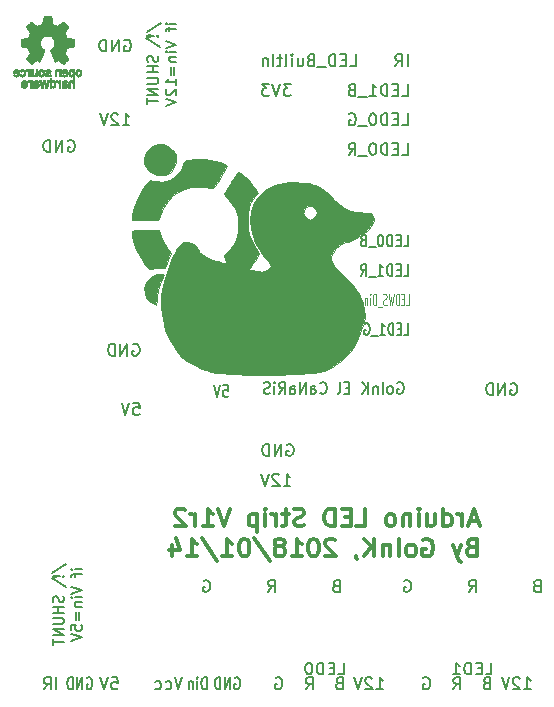
<source format=gbo>
G04 #@! TF.FileFunction,Legend,Bot*
%FSLAX46Y46*%
G04 Gerber Fmt 4.6, Leading zero omitted, Abs format (unit mm)*
G04 Created by KiCad (PCBNEW 4.0.7-e2-6376~58~ubuntu14.04.1) date Sun Jan 14 16:44:04 2018*
%MOMM*%
%LPD*%
G01*
G04 APERTURE LIST*
%ADD10C,0.100000*%
%ADD11C,0.200000*%
%ADD12C,0.150000*%
%ADD13C,0.125000*%
%ADD14C,0.300000*%
%ADD15C,0.010000*%
G04 APERTURE END LIST*
D10*
D11*
X127189286Y-99842858D02*
X128346429Y-99071429D01*
X128046429Y-100142858D02*
X128089286Y-100185715D01*
X128132143Y-100142858D01*
X128089286Y-100100001D01*
X128046429Y-100142858D01*
X128132143Y-100142858D01*
X127789286Y-100142858D02*
X127275000Y-100100001D01*
X127232143Y-100142858D01*
X127275000Y-100185715D01*
X127789286Y-100142858D01*
X127232143Y-100142858D01*
X127146429Y-100271429D02*
X128303571Y-101042857D01*
X128089286Y-101814286D02*
X128132143Y-101942857D01*
X128132143Y-102157143D01*
X128089286Y-102242857D01*
X128046429Y-102285714D01*
X127960714Y-102328571D01*
X127875000Y-102328571D01*
X127789286Y-102285714D01*
X127746429Y-102242857D01*
X127703571Y-102157143D01*
X127660714Y-101985714D01*
X127617857Y-101900000D01*
X127575000Y-101857143D01*
X127489286Y-101814286D01*
X127403571Y-101814286D01*
X127317857Y-101857143D01*
X127275000Y-101900000D01*
X127232143Y-101985714D01*
X127232143Y-102200000D01*
X127275000Y-102328571D01*
X128132143Y-102714286D02*
X127232143Y-102714286D01*
X127660714Y-102714286D02*
X127660714Y-103228571D01*
X128132143Y-103228571D02*
X127232143Y-103228571D01*
X127232143Y-103657143D02*
X127960714Y-103657143D01*
X128046429Y-103700000D01*
X128089286Y-103742857D01*
X128132143Y-103828571D01*
X128132143Y-104000000D01*
X128089286Y-104085714D01*
X128046429Y-104128571D01*
X127960714Y-104171428D01*
X127232143Y-104171428D01*
X128132143Y-104600000D02*
X127232143Y-104600000D01*
X128132143Y-105114285D01*
X127232143Y-105114285D01*
X127232143Y-105414285D02*
X127232143Y-105928571D01*
X128132143Y-105671428D02*
X127232143Y-105671428D01*
X129682143Y-99521429D02*
X129082143Y-99521429D01*
X128782143Y-99521429D02*
X128825000Y-99478572D01*
X128867857Y-99521429D01*
X128825000Y-99564286D01*
X128782143Y-99521429D01*
X128867857Y-99521429D01*
X129082143Y-99821428D02*
X129082143Y-100164285D01*
X129682143Y-99950000D02*
X128910714Y-99950000D01*
X128825000Y-99992857D01*
X128782143Y-100078571D01*
X128782143Y-100164285D01*
X128782143Y-101021428D02*
X129682143Y-101321428D01*
X128782143Y-101621428D01*
X129682143Y-101921429D02*
X129082143Y-101921429D01*
X128782143Y-101921429D02*
X128825000Y-101878572D01*
X128867857Y-101921429D01*
X128825000Y-101964286D01*
X128782143Y-101921429D01*
X128867857Y-101921429D01*
X129082143Y-102350000D02*
X129682143Y-102350000D01*
X129167857Y-102350000D02*
X129125000Y-102392857D01*
X129082143Y-102478571D01*
X129082143Y-102607143D01*
X129125000Y-102692857D01*
X129210714Y-102735714D01*
X129682143Y-102735714D01*
X129210714Y-103164286D02*
X129210714Y-103850000D01*
X129467857Y-103850000D02*
X129467857Y-103164286D01*
X128782143Y-104707143D02*
X128782143Y-104278572D01*
X129210714Y-104235715D01*
X129167857Y-104278572D01*
X129125000Y-104364286D01*
X129125000Y-104578572D01*
X129167857Y-104664286D01*
X129210714Y-104707143D01*
X129296429Y-104750000D01*
X129510714Y-104750000D01*
X129596429Y-104707143D01*
X129639286Y-104664286D01*
X129682143Y-104578572D01*
X129682143Y-104364286D01*
X129639286Y-104278572D01*
X129596429Y-104235715D01*
X128782143Y-105007143D02*
X129682143Y-105307143D01*
X128782143Y-105607143D01*
X135189286Y-54092858D02*
X136346429Y-53321429D01*
X136046429Y-54392858D02*
X136089286Y-54435715D01*
X136132143Y-54392858D01*
X136089286Y-54350001D01*
X136046429Y-54392858D01*
X136132143Y-54392858D01*
X135789286Y-54392858D02*
X135275000Y-54350001D01*
X135232143Y-54392858D01*
X135275000Y-54435715D01*
X135789286Y-54392858D01*
X135232143Y-54392858D01*
X135146429Y-54521429D02*
X136303571Y-55292857D01*
X136089286Y-56064286D02*
X136132143Y-56192857D01*
X136132143Y-56407143D01*
X136089286Y-56492857D01*
X136046429Y-56535714D01*
X135960714Y-56578571D01*
X135875000Y-56578571D01*
X135789286Y-56535714D01*
X135746429Y-56492857D01*
X135703571Y-56407143D01*
X135660714Y-56235714D01*
X135617857Y-56150000D01*
X135575000Y-56107143D01*
X135489286Y-56064286D01*
X135403571Y-56064286D01*
X135317857Y-56107143D01*
X135275000Y-56150000D01*
X135232143Y-56235714D01*
X135232143Y-56450000D01*
X135275000Y-56578571D01*
X136132143Y-56964286D02*
X135232143Y-56964286D01*
X135660714Y-56964286D02*
X135660714Y-57478571D01*
X136132143Y-57478571D02*
X135232143Y-57478571D01*
X135232143Y-57907143D02*
X135960714Y-57907143D01*
X136046429Y-57950000D01*
X136089286Y-57992857D01*
X136132143Y-58078571D01*
X136132143Y-58250000D01*
X136089286Y-58335714D01*
X136046429Y-58378571D01*
X135960714Y-58421428D01*
X135232143Y-58421428D01*
X136132143Y-58850000D02*
X135232143Y-58850000D01*
X136132143Y-59364285D01*
X135232143Y-59364285D01*
X135232143Y-59664285D02*
X135232143Y-60178571D01*
X136132143Y-59921428D02*
X135232143Y-59921428D01*
X137682143Y-53342857D02*
X137082143Y-53342857D01*
X136782143Y-53342857D02*
X136825000Y-53300000D01*
X136867857Y-53342857D01*
X136825000Y-53385714D01*
X136782143Y-53342857D01*
X136867857Y-53342857D01*
X137082143Y-53642856D02*
X137082143Y-53985713D01*
X137682143Y-53771428D02*
X136910714Y-53771428D01*
X136825000Y-53814285D01*
X136782143Y-53899999D01*
X136782143Y-53985713D01*
X136782143Y-54842856D02*
X137682143Y-55142856D01*
X136782143Y-55442856D01*
X137682143Y-55742857D02*
X137082143Y-55742857D01*
X136782143Y-55742857D02*
X136825000Y-55700000D01*
X136867857Y-55742857D01*
X136825000Y-55785714D01*
X136782143Y-55742857D01*
X136867857Y-55742857D01*
X137082143Y-56171428D02*
X137682143Y-56171428D01*
X137167857Y-56171428D02*
X137125000Y-56214285D01*
X137082143Y-56299999D01*
X137082143Y-56428571D01*
X137125000Y-56514285D01*
X137210714Y-56557142D01*
X137682143Y-56557142D01*
X137210714Y-56985714D02*
X137210714Y-57671428D01*
X137467857Y-57671428D02*
X137467857Y-56985714D01*
X137682143Y-58571428D02*
X137682143Y-58057143D01*
X137682143Y-58314285D02*
X136782143Y-58314285D01*
X136910714Y-58228571D01*
X136996429Y-58142857D01*
X137039286Y-58057143D01*
X136867857Y-58914286D02*
X136825000Y-58957143D01*
X136782143Y-59042857D01*
X136782143Y-59257143D01*
X136825000Y-59342857D01*
X136867857Y-59385714D01*
X136953571Y-59428571D01*
X137039286Y-59428571D01*
X137167857Y-59385714D01*
X137682143Y-58871428D01*
X137682143Y-59428571D01*
X136782143Y-59685714D02*
X137682143Y-59985714D01*
X136782143Y-60285714D01*
X156400000Y-83750000D02*
X156485714Y-83702381D01*
X156614285Y-83702381D01*
X156742857Y-83750000D01*
X156828571Y-83845238D01*
X156871428Y-83940476D01*
X156914285Y-84130952D01*
X156914285Y-84273810D01*
X156871428Y-84464286D01*
X156828571Y-84559524D01*
X156742857Y-84654762D01*
X156614285Y-84702381D01*
X156528571Y-84702381D01*
X156400000Y-84654762D01*
X156357143Y-84607143D01*
X156357143Y-84273810D01*
X156528571Y-84273810D01*
X155842857Y-84702381D02*
X155928571Y-84654762D01*
X155971428Y-84607143D01*
X156014285Y-84511905D01*
X156014285Y-84226190D01*
X155971428Y-84130952D01*
X155928571Y-84083333D01*
X155842857Y-84035714D01*
X155714285Y-84035714D01*
X155628571Y-84083333D01*
X155585714Y-84130952D01*
X155542857Y-84226190D01*
X155542857Y-84511905D01*
X155585714Y-84607143D01*
X155628571Y-84654762D01*
X155714285Y-84702381D01*
X155842857Y-84702381D01*
X155157142Y-84702381D02*
X155157142Y-83702381D01*
X154728571Y-84035714D02*
X154728571Y-84702381D01*
X154728571Y-84130952D02*
X154685714Y-84083333D01*
X154600000Y-84035714D01*
X154471428Y-84035714D01*
X154385714Y-84083333D01*
X154342857Y-84178571D01*
X154342857Y-84702381D01*
X153914285Y-84702381D02*
X153914285Y-83702381D01*
X153400000Y-84702381D02*
X153785714Y-84130952D01*
X153400000Y-83702381D02*
X153914285Y-84273810D01*
X152328571Y-84178571D02*
X152028571Y-84178571D01*
X151900000Y-84702381D02*
X152328571Y-84702381D01*
X152328571Y-83702381D01*
X151900000Y-83702381D01*
X151385714Y-84702381D02*
X151471428Y-84654762D01*
X151514285Y-84559524D01*
X151514285Y-83702381D01*
X149842857Y-84607143D02*
X149885714Y-84654762D01*
X150014285Y-84702381D01*
X150099999Y-84702381D01*
X150228571Y-84654762D01*
X150314285Y-84559524D01*
X150357142Y-84464286D01*
X150399999Y-84273810D01*
X150399999Y-84130952D01*
X150357142Y-83940476D01*
X150314285Y-83845238D01*
X150228571Y-83750000D01*
X150099999Y-83702381D01*
X150014285Y-83702381D01*
X149885714Y-83750000D01*
X149842857Y-83797619D01*
X149071428Y-84702381D02*
X149071428Y-84178571D01*
X149114285Y-84083333D01*
X149199999Y-84035714D01*
X149371428Y-84035714D01*
X149457142Y-84083333D01*
X149071428Y-84654762D02*
X149157142Y-84702381D01*
X149371428Y-84702381D01*
X149457142Y-84654762D01*
X149499999Y-84559524D01*
X149499999Y-84464286D01*
X149457142Y-84369048D01*
X149371428Y-84321429D01*
X149157142Y-84321429D01*
X149071428Y-84273810D01*
X148642856Y-84702381D02*
X148642856Y-83702381D01*
X148128571Y-84702381D01*
X148128571Y-83702381D01*
X147314285Y-84702381D02*
X147314285Y-84178571D01*
X147357142Y-84083333D01*
X147442856Y-84035714D01*
X147614285Y-84035714D01*
X147699999Y-84083333D01*
X147314285Y-84654762D02*
X147399999Y-84702381D01*
X147614285Y-84702381D01*
X147699999Y-84654762D01*
X147742856Y-84559524D01*
X147742856Y-84464286D01*
X147699999Y-84369048D01*
X147614285Y-84321429D01*
X147399999Y-84321429D01*
X147314285Y-84273810D01*
X146371428Y-84702381D02*
X146671428Y-84226190D01*
X146885713Y-84702381D02*
X146885713Y-83702381D01*
X146542856Y-83702381D01*
X146457142Y-83750000D01*
X146414285Y-83797619D01*
X146371428Y-83892857D01*
X146371428Y-84035714D01*
X146414285Y-84130952D01*
X146457142Y-84178571D01*
X146542856Y-84226190D01*
X146885713Y-84226190D01*
X145985713Y-84702381D02*
X145985713Y-84035714D01*
X145985713Y-83702381D02*
X146028570Y-83750000D01*
X145985713Y-83797619D01*
X145942856Y-83750000D01*
X145985713Y-83702381D01*
X145985713Y-83797619D01*
X145599999Y-84654762D02*
X145471428Y-84702381D01*
X145257142Y-84702381D01*
X145171428Y-84654762D01*
X145128571Y-84607143D01*
X145085714Y-84511905D01*
X145085714Y-84416667D01*
X145128571Y-84321429D01*
X145171428Y-84273810D01*
X145257142Y-84226190D01*
X145428571Y-84178571D01*
X145514285Y-84130952D01*
X145557142Y-84083333D01*
X145599999Y-83988095D01*
X145599999Y-83892857D01*
X145557142Y-83797619D01*
X145514285Y-83750000D01*
X145428571Y-83702381D01*
X145214285Y-83702381D01*
X145085714Y-83750000D01*
D12*
X168178571Y-100928571D02*
X168035714Y-100976190D01*
X167988095Y-101023810D01*
X167940476Y-101119048D01*
X167940476Y-101261905D01*
X167988095Y-101357143D01*
X168035714Y-101404762D01*
X168130952Y-101452381D01*
X168511905Y-101452381D01*
X168511905Y-100452381D01*
X168178571Y-100452381D01*
X168083333Y-100500000D01*
X168035714Y-100547619D01*
X167988095Y-100642857D01*
X167988095Y-100738095D01*
X168035714Y-100833333D01*
X168083333Y-100880952D01*
X168178571Y-100928571D01*
X168511905Y-100928571D01*
X162440476Y-101452381D02*
X162773810Y-100976190D01*
X163011905Y-101452381D02*
X163011905Y-100452381D01*
X162630952Y-100452381D01*
X162535714Y-100500000D01*
X162488095Y-100547619D01*
X162440476Y-100642857D01*
X162440476Y-100785714D01*
X162488095Y-100880952D01*
X162535714Y-100928571D01*
X162630952Y-100976190D01*
X163011905Y-100976190D01*
X156988095Y-100500000D02*
X157083333Y-100452381D01*
X157226190Y-100452381D01*
X157369048Y-100500000D01*
X157464286Y-100595238D01*
X157511905Y-100690476D01*
X157559524Y-100880952D01*
X157559524Y-101023810D01*
X157511905Y-101214286D01*
X157464286Y-101309524D01*
X157369048Y-101404762D01*
X157226190Y-101452381D01*
X157130952Y-101452381D01*
X156988095Y-101404762D01*
X156940476Y-101357143D01*
X156940476Y-101023810D01*
X157130952Y-101023810D01*
X151178571Y-100928571D02*
X151035714Y-100976190D01*
X150988095Y-101023810D01*
X150940476Y-101119048D01*
X150940476Y-101261905D01*
X150988095Y-101357143D01*
X151035714Y-101404762D01*
X151130952Y-101452381D01*
X151511905Y-101452381D01*
X151511905Y-100452381D01*
X151178571Y-100452381D01*
X151083333Y-100500000D01*
X151035714Y-100547619D01*
X150988095Y-100642857D01*
X150988095Y-100738095D01*
X151035714Y-100833333D01*
X151083333Y-100880952D01*
X151178571Y-100928571D01*
X151511905Y-100928571D01*
X145440476Y-101452381D02*
X145773810Y-100976190D01*
X146011905Y-101452381D02*
X146011905Y-100452381D01*
X145630952Y-100452381D01*
X145535714Y-100500000D01*
X145488095Y-100547619D01*
X145440476Y-100642857D01*
X145440476Y-100785714D01*
X145488095Y-100880952D01*
X145535714Y-100928571D01*
X145630952Y-100976190D01*
X146011905Y-100976190D01*
X139988095Y-100500000D02*
X140083333Y-100452381D01*
X140226190Y-100452381D01*
X140369048Y-100500000D01*
X140464286Y-100595238D01*
X140511905Y-100690476D01*
X140559524Y-100880952D01*
X140559524Y-101023810D01*
X140511905Y-101214286D01*
X140464286Y-101309524D01*
X140369048Y-101404762D01*
X140226190Y-101452381D01*
X140130952Y-101452381D01*
X139988095Y-101404762D01*
X139940476Y-101357143D01*
X139940476Y-101023810D01*
X140130952Y-101023810D01*
X133261904Y-54750000D02*
X133357142Y-54702381D01*
X133499999Y-54702381D01*
X133642857Y-54750000D01*
X133738095Y-54845238D01*
X133785714Y-54940476D01*
X133833333Y-55130952D01*
X133833333Y-55273810D01*
X133785714Y-55464286D01*
X133738095Y-55559524D01*
X133642857Y-55654762D01*
X133499999Y-55702381D01*
X133404761Y-55702381D01*
X133261904Y-55654762D01*
X133214285Y-55607143D01*
X133214285Y-55273810D01*
X133404761Y-55273810D01*
X132785714Y-55702381D02*
X132785714Y-54702381D01*
X132214285Y-55702381D01*
X132214285Y-54702381D01*
X131738095Y-55702381D02*
X131738095Y-54702381D01*
X131500000Y-54702381D01*
X131357142Y-54750000D01*
X131261904Y-54845238D01*
X131214285Y-54940476D01*
X131166666Y-55130952D01*
X131166666Y-55273810D01*
X131214285Y-55464286D01*
X131261904Y-55559524D01*
X131357142Y-55654762D01*
X131500000Y-55702381D01*
X131738095Y-55702381D01*
X152369048Y-56952381D02*
X152845239Y-56952381D01*
X152845239Y-55952381D01*
X152035715Y-56428571D02*
X151702381Y-56428571D01*
X151559524Y-56952381D02*
X152035715Y-56952381D01*
X152035715Y-55952381D01*
X151559524Y-55952381D01*
X151130953Y-56952381D02*
X151130953Y-55952381D01*
X150892858Y-55952381D01*
X150750000Y-56000000D01*
X150654762Y-56095238D01*
X150607143Y-56190476D01*
X150559524Y-56380952D01*
X150559524Y-56523810D01*
X150607143Y-56714286D01*
X150654762Y-56809524D01*
X150750000Y-56904762D01*
X150892858Y-56952381D01*
X151130953Y-56952381D01*
X150369048Y-57047619D02*
X149607143Y-57047619D01*
X149035714Y-56428571D02*
X148892857Y-56476190D01*
X148845238Y-56523810D01*
X148797619Y-56619048D01*
X148797619Y-56761905D01*
X148845238Y-56857143D01*
X148892857Y-56904762D01*
X148988095Y-56952381D01*
X149369048Y-56952381D01*
X149369048Y-55952381D01*
X149035714Y-55952381D01*
X148940476Y-56000000D01*
X148892857Y-56047619D01*
X148845238Y-56142857D01*
X148845238Y-56238095D01*
X148892857Y-56333333D01*
X148940476Y-56380952D01*
X149035714Y-56428571D01*
X149369048Y-56428571D01*
X147940476Y-56285714D02*
X147940476Y-56952381D01*
X148369048Y-56285714D02*
X148369048Y-56809524D01*
X148321429Y-56904762D01*
X148226191Y-56952381D01*
X148083333Y-56952381D01*
X147988095Y-56904762D01*
X147940476Y-56857143D01*
X147464286Y-56952381D02*
X147464286Y-56285714D01*
X147464286Y-55952381D02*
X147511905Y-56000000D01*
X147464286Y-56047619D01*
X147416667Y-56000000D01*
X147464286Y-55952381D01*
X147464286Y-56047619D01*
X146845239Y-56952381D02*
X146940477Y-56904762D01*
X146988096Y-56809524D01*
X146988096Y-55952381D01*
X146607143Y-56285714D02*
X146226191Y-56285714D01*
X146464286Y-55952381D02*
X146464286Y-56809524D01*
X146416667Y-56904762D01*
X146321429Y-56952381D01*
X146226191Y-56952381D01*
X145892857Y-56952381D02*
X145892857Y-55952381D01*
X145416667Y-56285714D02*
X145416667Y-56952381D01*
X145416667Y-56380952D02*
X145369048Y-56333333D01*
X145273810Y-56285714D01*
X145130952Y-56285714D01*
X145035714Y-56333333D01*
X144988095Y-56428571D01*
X144988095Y-56952381D01*
X147369048Y-58452381D02*
X146750000Y-58452381D01*
X147083334Y-58833333D01*
X146940476Y-58833333D01*
X146845238Y-58880952D01*
X146797619Y-58928571D01*
X146750000Y-59023810D01*
X146750000Y-59261905D01*
X146797619Y-59357143D01*
X146845238Y-59404762D01*
X146940476Y-59452381D01*
X147226191Y-59452381D01*
X147321429Y-59404762D01*
X147369048Y-59357143D01*
X146464286Y-58452381D02*
X146130953Y-59452381D01*
X145797619Y-58452381D01*
X145559524Y-58452381D02*
X144940476Y-58452381D01*
X145273810Y-58833333D01*
X145130952Y-58833333D01*
X145035714Y-58880952D01*
X144988095Y-58928571D01*
X144940476Y-59023810D01*
X144940476Y-59261905D01*
X144988095Y-59357143D01*
X145035714Y-59404762D01*
X145130952Y-59452381D01*
X145416667Y-59452381D01*
X145511905Y-59404762D01*
X145559524Y-59357143D01*
X141652380Y-83952381D02*
X142033333Y-83952381D01*
X142071428Y-84428571D01*
X142033333Y-84380952D01*
X141957142Y-84333333D01*
X141766666Y-84333333D01*
X141690476Y-84380952D01*
X141652380Y-84428571D01*
X141614285Y-84523810D01*
X141614285Y-84761905D01*
X141652380Y-84857143D01*
X141690476Y-84904762D01*
X141766666Y-84952381D01*
X141957142Y-84952381D01*
X142033333Y-84904762D01*
X142071428Y-84857143D01*
X141385714Y-83952381D02*
X141119047Y-84952381D01*
X140852380Y-83952381D01*
X146750000Y-92452381D02*
X147321429Y-92452381D01*
X147035715Y-92452381D02*
X147035715Y-91452381D01*
X147130953Y-91595238D01*
X147226191Y-91690476D01*
X147321429Y-91738095D01*
X146369048Y-91547619D02*
X146321429Y-91500000D01*
X146226191Y-91452381D01*
X145988095Y-91452381D01*
X145892857Y-91500000D01*
X145845238Y-91547619D01*
X145797619Y-91642857D01*
X145797619Y-91738095D01*
X145845238Y-91880952D01*
X146416667Y-92452381D01*
X145797619Y-92452381D01*
X145511905Y-91452381D02*
X145178572Y-92452381D01*
X144845238Y-91452381D01*
X147035714Y-89000000D02*
X147130952Y-88952381D01*
X147273809Y-88952381D01*
X147416667Y-89000000D01*
X147511905Y-89095238D01*
X147559524Y-89190476D01*
X147607143Y-89380952D01*
X147607143Y-89523810D01*
X147559524Y-89714286D01*
X147511905Y-89809524D01*
X147416667Y-89904762D01*
X147273809Y-89952381D01*
X147178571Y-89952381D01*
X147035714Y-89904762D01*
X146988095Y-89857143D01*
X146988095Y-89523810D01*
X147178571Y-89523810D01*
X146559524Y-89952381D02*
X146559524Y-88952381D01*
X145988095Y-89952381D01*
X145988095Y-88952381D01*
X145511905Y-89952381D02*
X145511905Y-88952381D01*
X145273810Y-88952381D01*
X145130952Y-89000000D01*
X145035714Y-89095238D01*
X144988095Y-89190476D01*
X144940476Y-89380952D01*
X144940476Y-89523810D01*
X144988095Y-89714286D01*
X145035714Y-89809524D01*
X145130952Y-89904762D01*
X145273810Y-89952381D01*
X145511905Y-89952381D01*
X165988714Y-83828000D02*
X166083952Y-83780381D01*
X166226809Y-83780381D01*
X166369667Y-83828000D01*
X166464905Y-83923238D01*
X166512524Y-84018476D01*
X166560143Y-84208952D01*
X166560143Y-84351810D01*
X166512524Y-84542286D01*
X166464905Y-84637524D01*
X166369667Y-84732762D01*
X166226809Y-84780381D01*
X166131571Y-84780381D01*
X165988714Y-84732762D01*
X165941095Y-84685143D01*
X165941095Y-84351810D01*
X166131571Y-84351810D01*
X165512524Y-84780381D02*
X165512524Y-83780381D01*
X164941095Y-84780381D01*
X164941095Y-83780381D01*
X164464905Y-84780381D02*
X164464905Y-83780381D01*
X164226810Y-83780381D01*
X164083952Y-83828000D01*
X163988714Y-83923238D01*
X163941095Y-84018476D01*
X163893476Y-84208952D01*
X163893476Y-84351810D01*
X163941095Y-84542286D01*
X163988714Y-84637524D01*
X164083952Y-84732762D01*
X164226810Y-84780381D01*
X164464905Y-84780381D01*
D13*
X157142857Y-77202381D02*
X157380952Y-77202381D01*
X157380952Y-76202381D01*
X156976190Y-76678571D02*
X156809524Y-76678571D01*
X156738095Y-77202381D02*
X156976190Y-77202381D01*
X156976190Y-76202381D01*
X156738095Y-76202381D01*
X156523809Y-77202381D02*
X156523809Y-76202381D01*
X156404762Y-76202381D01*
X156333333Y-76250000D01*
X156285714Y-76345238D01*
X156261905Y-76440476D01*
X156238095Y-76630952D01*
X156238095Y-76773810D01*
X156261905Y-76964286D01*
X156285714Y-77059524D01*
X156333333Y-77154762D01*
X156404762Y-77202381D01*
X156523809Y-77202381D01*
X156071428Y-76202381D02*
X155952381Y-77202381D01*
X155857143Y-76488095D01*
X155761905Y-77202381D01*
X155642857Y-76202381D01*
X155476190Y-77154762D02*
X155404761Y-77202381D01*
X155285714Y-77202381D01*
X155238095Y-77154762D01*
X155214285Y-77107143D01*
X155190476Y-77011905D01*
X155190476Y-76916667D01*
X155214285Y-76821429D01*
X155238095Y-76773810D01*
X155285714Y-76726190D01*
X155380952Y-76678571D01*
X155428571Y-76630952D01*
X155452380Y-76583333D01*
X155476190Y-76488095D01*
X155476190Y-76392857D01*
X155452380Y-76297619D01*
X155428571Y-76250000D01*
X155380952Y-76202381D01*
X155261904Y-76202381D01*
X155190476Y-76250000D01*
X155095238Y-77297619D02*
X154714286Y-77297619D01*
X154595238Y-77202381D02*
X154595238Y-76202381D01*
X154476191Y-76202381D01*
X154404762Y-76250000D01*
X154357143Y-76345238D01*
X154333334Y-76440476D01*
X154309524Y-76630952D01*
X154309524Y-76773810D01*
X154333334Y-76964286D01*
X154357143Y-77059524D01*
X154404762Y-77154762D01*
X154476191Y-77202381D01*
X154595238Y-77202381D01*
X154095238Y-77202381D02*
X154095238Y-76535714D01*
X154095238Y-76202381D02*
X154119048Y-76250000D01*
X154095238Y-76297619D01*
X154071429Y-76250000D01*
X154095238Y-76202381D01*
X154095238Y-76297619D01*
X153857143Y-76535714D02*
X153857143Y-77202381D01*
X153857143Y-76630952D02*
X153833334Y-76583333D01*
X153785715Y-76535714D01*
X153714286Y-76535714D01*
X153666667Y-76583333D01*
X153642858Y-76678571D01*
X153642858Y-77202381D01*
D12*
X156928571Y-72202381D02*
X157309524Y-72202381D01*
X157309524Y-71202381D01*
X156661905Y-71678571D02*
X156395238Y-71678571D01*
X156280952Y-72202381D02*
X156661905Y-72202381D01*
X156661905Y-71202381D01*
X156280952Y-71202381D01*
X155938095Y-72202381D02*
X155938095Y-71202381D01*
X155747619Y-71202381D01*
X155633333Y-71250000D01*
X155557142Y-71345238D01*
X155519047Y-71440476D01*
X155480952Y-71630952D01*
X155480952Y-71773810D01*
X155519047Y-71964286D01*
X155557142Y-72059524D01*
X155633333Y-72154762D01*
X155747619Y-72202381D01*
X155938095Y-72202381D01*
X154985714Y-71202381D02*
X154909523Y-71202381D01*
X154833333Y-71250000D01*
X154795238Y-71297619D01*
X154757142Y-71392857D01*
X154719047Y-71583333D01*
X154719047Y-71821429D01*
X154757142Y-72011905D01*
X154795238Y-72107143D01*
X154833333Y-72154762D01*
X154909523Y-72202381D01*
X154985714Y-72202381D01*
X155061904Y-72154762D01*
X155100000Y-72107143D01*
X155138095Y-72011905D01*
X155176190Y-71821429D01*
X155176190Y-71583333D01*
X155138095Y-71392857D01*
X155100000Y-71297619D01*
X155061904Y-71250000D01*
X154985714Y-71202381D01*
X154566666Y-72297619D02*
X153957142Y-72297619D01*
X153499999Y-71678571D02*
X153385713Y-71726190D01*
X153347618Y-71773810D01*
X153309523Y-71869048D01*
X153309523Y-72011905D01*
X153347618Y-72107143D01*
X153385713Y-72154762D01*
X153461904Y-72202381D01*
X153766666Y-72202381D01*
X153766666Y-71202381D01*
X153499999Y-71202381D01*
X153423809Y-71250000D01*
X153385713Y-71297619D01*
X153347618Y-71392857D01*
X153347618Y-71488095D01*
X153385713Y-71583333D01*
X153423809Y-71630952D01*
X153499999Y-71678571D01*
X153766666Y-71678571D01*
X156928571Y-74702381D02*
X157309524Y-74702381D01*
X157309524Y-73702381D01*
X156661905Y-74178571D02*
X156395238Y-74178571D01*
X156280952Y-74702381D02*
X156661905Y-74702381D01*
X156661905Y-73702381D01*
X156280952Y-73702381D01*
X155938095Y-74702381D02*
X155938095Y-73702381D01*
X155747619Y-73702381D01*
X155633333Y-73750000D01*
X155557142Y-73845238D01*
X155519047Y-73940476D01*
X155480952Y-74130952D01*
X155480952Y-74273810D01*
X155519047Y-74464286D01*
X155557142Y-74559524D01*
X155633333Y-74654762D01*
X155747619Y-74702381D01*
X155938095Y-74702381D01*
X154719047Y-74702381D02*
X155176190Y-74702381D01*
X154947619Y-74702381D02*
X154947619Y-73702381D01*
X155023809Y-73845238D01*
X155100000Y-73940476D01*
X155176190Y-73988095D01*
X154566666Y-74797619D02*
X153957142Y-74797619D01*
X153309523Y-74702381D02*
X153576190Y-74226190D01*
X153766666Y-74702381D02*
X153766666Y-73702381D01*
X153461904Y-73702381D01*
X153385713Y-73750000D01*
X153347618Y-73797619D01*
X153309523Y-73892857D01*
X153309523Y-74035714D01*
X153347618Y-74130952D01*
X153385713Y-74178571D01*
X153461904Y-74226190D01*
X153766666Y-74226190D01*
X156964286Y-79702381D02*
X157321429Y-79702381D01*
X157321429Y-78702381D01*
X156714286Y-79178571D02*
X156464286Y-79178571D01*
X156357143Y-79702381D02*
X156714286Y-79702381D01*
X156714286Y-78702381D01*
X156357143Y-78702381D01*
X156035715Y-79702381D02*
X156035715Y-78702381D01*
X155857143Y-78702381D01*
X155750000Y-78750000D01*
X155678572Y-78845238D01*
X155642857Y-78940476D01*
X155607143Y-79130952D01*
X155607143Y-79273810D01*
X155642857Y-79464286D01*
X155678572Y-79559524D01*
X155750000Y-79654762D01*
X155857143Y-79702381D01*
X156035715Y-79702381D01*
X154892857Y-79702381D02*
X155321429Y-79702381D01*
X155107143Y-79702381D02*
X155107143Y-78702381D01*
X155178572Y-78845238D01*
X155250000Y-78940476D01*
X155321429Y-78988095D01*
X154750000Y-79797619D02*
X154178571Y-79797619D01*
X153607142Y-78750000D02*
X153678571Y-78702381D01*
X153785714Y-78702381D01*
X153892857Y-78750000D01*
X153964285Y-78845238D01*
X154000000Y-78940476D01*
X154035714Y-79130952D01*
X154035714Y-79273810D01*
X154000000Y-79464286D01*
X153964285Y-79559524D01*
X153892857Y-79654762D01*
X153785714Y-79702381D01*
X153714285Y-79702381D01*
X153607142Y-79654762D01*
X153571428Y-79607143D01*
X153571428Y-79273810D01*
X153714285Y-79273810D01*
X156785714Y-64452381D02*
X157261905Y-64452381D01*
X157261905Y-63452381D01*
X156452381Y-63928571D02*
X156119047Y-63928571D01*
X155976190Y-64452381D02*
X156452381Y-64452381D01*
X156452381Y-63452381D01*
X155976190Y-63452381D01*
X155547619Y-64452381D02*
X155547619Y-63452381D01*
X155309524Y-63452381D01*
X155166666Y-63500000D01*
X155071428Y-63595238D01*
X155023809Y-63690476D01*
X154976190Y-63880952D01*
X154976190Y-64023810D01*
X155023809Y-64214286D01*
X155071428Y-64309524D01*
X155166666Y-64404762D01*
X155309524Y-64452381D01*
X155547619Y-64452381D01*
X154357143Y-63452381D02*
X154261904Y-63452381D01*
X154166666Y-63500000D01*
X154119047Y-63547619D01*
X154071428Y-63642857D01*
X154023809Y-63833333D01*
X154023809Y-64071429D01*
X154071428Y-64261905D01*
X154119047Y-64357143D01*
X154166666Y-64404762D01*
X154261904Y-64452381D01*
X154357143Y-64452381D01*
X154452381Y-64404762D01*
X154500000Y-64357143D01*
X154547619Y-64261905D01*
X154595238Y-64071429D01*
X154595238Y-63833333D01*
X154547619Y-63642857D01*
X154500000Y-63547619D01*
X154452381Y-63500000D01*
X154357143Y-63452381D01*
X153833333Y-64547619D02*
X153071428Y-64547619D01*
X152261904Y-64452381D02*
X152595238Y-63976190D01*
X152833333Y-64452381D02*
X152833333Y-63452381D01*
X152452380Y-63452381D01*
X152357142Y-63500000D01*
X152309523Y-63547619D01*
X152261904Y-63642857D01*
X152261904Y-63785714D01*
X152309523Y-63880952D01*
X152357142Y-63928571D01*
X152452380Y-63976190D01*
X152833333Y-63976190D01*
X156785714Y-61952381D02*
X157261905Y-61952381D01*
X157261905Y-60952381D01*
X156452381Y-61428571D02*
X156119047Y-61428571D01*
X155976190Y-61952381D02*
X156452381Y-61952381D01*
X156452381Y-60952381D01*
X155976190Y-60952381D01*
X155547619Y-61952381D02*
X155547619Y-60952381D01*
X155309524Y-60952381D01*
X155166666Y-61000000D01*
X155071428Y-61095238D01*
X155023809Y-61190476D01*
X154976190Y-61380952D01*
X154976190Y-61523810D01*
X155023809Y-61714286D01*
X155071428Y-61809524D01*
X155166666Y-61904762D01*
X155309524Y-61952381D01*
X155547619Y-61952381D01*
X154357143Y-60952381D02*
X154261904Y-60952381D01*
X154166666Y-61000000D01*
X154119047Y-61047619D01*
X154071428Y-61142857D01*
X154023809Y-61333333D01*
X154023809Y-61571429D01*
X154071428Y-61761905D01*
X154119047Y-61857143D01*
X154166666Y-61904762D01*
X154261904Y-61952381D01*
X154357143Y-61952381D01*
X154452381Y-61904762D01*
X154500000Y-61857143D01*
X154547619Y-61761905D01*
X154595238Y-61571429D01*
X154595238Y-61333333D01*
X154547619Y-61142857D01*
X154500000Y-61047619D01*
X154452381Y-61000000D01*
X154357143Y-60952381D01*
X153833333Y-62047619D02*
X153071428Y-62047619D01*
X152309523Y-61000000D02*
X152404761Y-60952381D01*
X152547618Y-60952381D01*
X152690476Y-61000000D01*
X152785714Y-61095238D01*
X152833333Y-61190476D01*
X152880952Y-61380952D01*
X152880952Y-61523810D01*
X152833333Y-61714286D01*
X152785714Y-61809524D01*
X152690476Y-61904762D01*
X152547618Y-61952381D01*
X152452380Y-61952381D01*
X152309523Y-61904762D01*
X152261904Y-61857143D01*
X152261904Y-61523810D01*
X152452380Y-61523810D01*
X156785714Y-59452381D02*
X157261905Y-59452381D01*
X157261905Y-58452381D01*
X156452381Y-58928571D02*
X156119047Y-58928571D01*
X155976190Y-59452381D02*
X156452381Y-59452381D01*
X156452381Y-58452381D01*
X155976190Y-58452381D01*
X155547619Y-59452381D02*
X155547619Y-58452381D01*
X155309524Y-58452381D01*
X155166666Y-58500000D01*
X155071428Y-58595238D01*
X155023809Y-58690476D01*
X154976190Y-58880952D01*
X154976190Y-59023810D01*
X155023809Y-59214286D01*
X155071428Y-59309524D01*
X155166666Y-59404762D01*
X155309524Y-59452381D01*
X155547619Y-59452381D01*
X154023809Y-59452381D02*
X154595238Y-59452381D01*
X154309524Y-59452381D02*
X154309524Y-58452381D01*
X154404762Y-58595238D01*
X154500000Y-58690476D01*
X154595238Y-58738095D01*
X153833333Y-59547619D02*
X153071428Y-59547619D01*
X152499999Y-58928571D02*
X152357142Y-58976190D01*
X152309523Y-59023810D01*
X152261904Y-59119048D01*
X152261904Y-59261905D01*
X152309523Y-59357143D01*
X152357142Y-59404762D01*
X152452380Y-59452381D01*
X152833333Y-59452381D01*
X152833333Y-58452381D01*
X152499999Y-58452381D01*
X152404761Y-58500000D01*
X152357142Y-58547619D01*
X152309523Y-58642857D01*
X152309523Y-58738095D01*
X152357142Y-58833333D01*
X152404761Y-58880952D01*
X152499999Y-58928571D01*
X152833333Y-58928571D01*
X157261905Y-56952381D02*
X157261905Y-55952381D01*
X156214286Y-56952381D02*
X156547620Y-56476190D01*
X156785715Y-56952381D02*
X156785715Y-55952381D01*
X156404762Y-55952381D01*
X156309524Y-56000000D01*
X156261905Y-56047619D01*
X156214286Y-56142857D01*
X156214286Y-56285714D01*
X156261905Y-56380952D01*
X156309524Y-56428571D01*
X156404762Y-56476190D01*
X156785715Y-56476190D01*
X151369047Y-108452381D02*
X151845238Y-108452381D01*
X151845238Y-107452381D01*
X151035714Y-107928571D02*
X150702380Y-107928571D01*
X150559523Y-108452381D02*
X151035714Y-108452381D01*
X151035714Y-107452381D01*
X150559523Y-107452381D01*
X150130952Y-108452381D02*
X150130952Y-107452381D01*
X149892857Y-107452381D01*
X149749999Y-107500000D01*
X149654761Y-107595238D01*
X149607142Y-107690476D01*
X149559523Y-107880952D01*
X149559523Y-108023810D01*
X149607142Y-108214286D01*
X149654761Y-108309524D01*
X149749999Y-108404762D01*
X149892857Y-108452381D01*
X150130952Y-108452381D01*
X148940476Y-107452381D02*
X148845237Y-107452381D01*
X148749999Y-107500000D01*
X148702380Y-107547619D01*
X148654761Y-107642857D01*
X148607142Y-107833333D01*
X148607142Y-108071429D01*
X148654761Y-108261905D01*
X148702380Y-108357143D01*
X148749999Y-108404762D01*
X148845237Y-108452381D01*
X148940476Y-108452381D01*
X149035714Y-108404762D01*
X149083333Y-108357143D01*
X149130952Y-108261905D01*
X149178571Y-108071429D01*
X149178571Y-107833333D01*
X149130952Y-107642857D01*
X149083333Y-107547619D01*
X149035714Y-107500000D01*
X148940476Y-107452381D01*
X163869047Y-108452381D02*
X164345238Y-108452381D01*
X164345238Y-107452381D01*
X163535714Y-107928571D02*
X163202380Y-107928571D01*
X163059523Y-108452381D02*
X163535714Y-108452381D01*
X163535714Y-107452381D01*
X163059523Y-107452381D01*
X162630952Y-108452381D02*
X162630952Y-107452381D01*
X162392857Y-107452381D01*
X162249999Y-107500000D01*
X162154761Y-107595238D01*
X162107142Y-107690476D01*
X162059523Y-107880952D01*
X162059523Y-108023810D01*
X162107142Y-108214286D01*
X162154761Y-108309524D01*
X162249999Y-108404762D01*
X162392857Y-108452381D01*
X162630952Y-108452381D01*
X161107142Y-108452381D02*
X161678571Y-108452381D01*
X161392857Y-108452381D02*
X161392857Y-107452381D01*
X161488095Y-107595238D01*
X161583333Y-107690476D01*
X161678571Y-107738095D01*
X158588095Y-108750000D02*
X158683333Y-108702381D01*
X158826190Y-108702381D01*
X158969048Y-108750000D01*
X159064286Y-108845238D01*
X159111905Y-108940476D01*
X159159524Y-109130952D01*
X159159524Y-109273810D01*
X159111905Y-109464286D01*
X159064286Y-109559524D01*
X158969048Y-109654762D01*
X158826190Y-109702381D01*
X158730952Y-109702381D01*
X158588095Y-109654762D01*
X158540476Y-109607143D01*
X158540476Y-109273810D01*
X158730952Y-109273810D01*
X161140476Y-109702381D02*
X161473810Y-109226190D01*
X161711905Y-109702381D02*
X161711905Y-108702381D01*
X161330952Y-108702381D01*
X161235714Y-108750000D01*
X161188095Y-108797619D01*
X161140476Y-108892857D01*
X161140476Y-109035714D01*
X161188095Y-109130952D01*
X161235714Y-109178571D01*
X161330952Y-109226190D01*
X161711905Y-109226190D01*
X163928571Y-109178571D02*
X163785714Y-109226190D01*
X163738095Y-109273810D01*
X163690476Y-109369048D01*
X163690476Y-109511905D01*
X163738095Y-109607143D01*
X163785714Y-109654762D01*
X163880952Y-109702381D01*
X164261905Y-109702381D01*
X164261905Y-108702381D01*
X163928571Y-108702381D01*
X163833333Y-108750000D01*
X163785714Y-108797619D01*
X163738095Y-108892857D01*
X163738095Y-108988095D01*
X163785714Y-109083333D01*
X163833333Y-109130952D01*
X163928571Y-109178571D01*
X164261905Y-109178571D01*
X167119047Y-109702381D02*
X167690476Y-109702381D01*
X167404762Y-109702381D02*
X167404762Y-108702381D01*
X167500000Y-108845238D01*
X167595238Y-108940476D01*
X167690476Y-108988095D01*
X166738095Y-108797619D02*
X166690476Y-108750000D01*
X166595238Y-108702381D01*
X166357142Y-108702381D01*
X166261904Y-108750000D01*
X166214285Y-108797619D01*
X166166666Y-108892857D01*
X166166666Y-108988095D01*
X166214285Y-109130952D01*
X166785714Y-109702381D01*
X166166666Y-109702381D01*
X165880952Y-108702381D02*
X165547619Y-109702381D01*
X165214285Y-108702381D01*
X146088095Y-108750000D02*
X146183333Y-108702381D01*
X146326190Y-108702381D01*
X146469048Y-108750000D01*
X146564286Y-108845238D01*
X146611905Y-108940476D01*
X146659524Y-109130952D01*
X146659524Y-109273810D01*
X146611905Y-109464286D01*
X146564286Y-109559524D01*
X146469048Y-109654762D01*
X146326190Y-109702381D01*
X146230952Y-109702381D01*
X146088095Y-109654762D01*
X146040476Y-109607143D01*
X146040476Y-109273810D01*
X146230952Y-109273810D01*
X148640476Y-109702381D02*
X148973810Y-109226190D01*
X149211905Y-109702381D02*
X149211905Y-108702381D01*
X148830952Y-108702381D01*
X148735714Y-108750000D01*
X148688095Y-108797619D01*
X148640476Y-108892857D01*
X148640476Y-109035714D01*
X148688095Y-109130952D01*
X148735714Y-109178571D01*
X148830952Y-109226190D01*
X149211905Y-109226190D01*
X151428571Y-109178571D02*
X151285714Y-109226190D01*
X151238095Y-109273810D01*
X151190476Y-109369048D01*
X151190476Y-109511905D01*
X151238095Y-109607143D01*
X151285714Y-109654762D01*
X151380952Y-109702381D01*
X151761905Y-109702381D01*
X151761905Y-108702381D01*
X151428571Y-108702381D01*
X151333333Y-108750000D01*
X151285714Y-108797619D01*
X151238095Y-108892857D01*
X151238095Y-108988095D01*
X151285714Y-109083333D01*
X151333333Y-109130952D01*
X151428571Y-109178571D01*
X151761905Y-109178571D01*
X154619047Y-109702381D02*
X155190476Y-109702381D01*
X154904762Y-109702381D02*
X154904762Y-108702381D01*
X155000000Y-108845238D01*
X155095238Y-108940476D01*
X155190476Y-108988095D01*
X154238095Y-108797619D02*
X154190476Y-108750000D01*
X154095238Y-108702381D01*
X153857142Y-108702381D01*
X153761904Y-108750000D01*
X153714285Y-108797619D01*
X153666666Y-108892857D01*
X153666666Y-108988095D01*
X153714285Y-109130952D01*
X154285714Y-109702381D01*
X153666666Y-109702381D01*
X153380952Y-108702381D02*
X153047619Y-109702381D01*
X152714285Y-108702381D01*
X140261905Y-109702381D02*
X140261905Y-108702381D01*
X140071429Y-108702381D01*
X139957143Y-108750000D01*
X139880952Y-108845238D01*
X139842857Y-108940476D01*
X139804762Y-109130952D01*
X139804762Y-109273810D01*
X139842857Y-109464286D01*
X139880952Y-109559524D01*
X139957143Y-109654762D01*
X140071429Y-109702381D01*
X140261905Y-109702381D01*
X139461905Y-109702381D02*
X139461905Y-109035714D01*
X139461905Y-108702381D02*
X139500000Y-108750000D01*
X139461905Y-108797619D01*
X139423810Y-108750000D01*
X139461905Y-108702381D01*
X139461905Y-108797619D01*
X139080953Y-109035714D02*
X139080953Y-109702381D01*
X139080953Y-109130952D02*
X139042858Y-109083333D01*
X138966667Y-109035714D01*
X138852381Y-109035714D01*
X138776191Y-109083333D01*
X138738096Y-109178571D01*
X138738096Y-109702381D01*
X138190476Y-108702381D02*
X137857143Y-109702381D01*
X137523809Y-108702381D01*
X136761904Y-109654762D02*
X136857142Y-109702381D01*
X137047619Y-109702381D01*
X137142857Y-109654762D01*
X137190476Y-109607143D01*
X137238095Y-109511905D01*
X137238095Y-109226190D01*
X137190476Y-109130952D01*
X137142857Y-109083333D01*
X137047619Y-109035714D01*
X136857142Y-109035714D01*
X136761904Y-109083333D01*
X135904761Y-109654762D02*
X135999999Y-109702381D01*
X136190476Y-109702381D01*
X136285714Y-109654762D01*
X136333333Y-109607143D01*
X136380952Y-109511905D01*
X136380952Y-109226190D01*
X136333333Y-109130952D01*
X136285714Y-109083333D01*
X136190476Y-109035714D01*
X135999999Y-109035714D01*
X135904761Y-109083333D01*
X142609523Y-108750000D02*
X142685714Y-108702381D01*
X142799999Y-108702381D01*
X142914285Y-108750000D01*
X142990476Y-108845238D01*
X143028571Y-108940476D01*
X143066666Y-109130952D01*
X143066666Y-109273810D01*
X143028571Y-109464286D01*
X142990476Y-109559524D01*
X142914285Y-109654762D01*
X142799999Y-109702381D01*
X142723809Y-109702381D01*
X142609523Y-109654762D01*
X142571428Y-109607143D01*
X142571428Y-109273810D01*
X142723809Y-109273810D01*
X142228571Y-109702381D02*
X142228571Y-108702381D01*
X141771428Y-109702381D01*
X141771428Y-108702381D01*
X141390476Y-109702381D02*
X141390476Y-108702381D01*
X141200000Y-108702381D01*
X141085714Y-108750000D01*
X141009523Y-108845238D01*
X140971428Y-108940476D01*
X140933333Y-109130952D01*
X140933333Y-109273810D01*
X140971428Y-109464286D01*
X141009523Y-109559524D01*
X141085714Y-109654762D01*
X141200000Y-109702381D01*
X141390476Y-109702381D01*
X127500000Y-109702381D02*
X127500000Y-108702381D01*
X126452381Y-109702381D02*
X126785715Y-109226190D01*
X127023810Y-109702381D02*
X127023810Y-108702381D01*
X126642857Y-108702381D01*
X126547619Y-108750000D01*
X126500000Y-108797619D01*
X126452381Y-108892857D01*
X126452381Y-109035714D01*
X126500000Y-109130952D01*
X126547619Y-109178571D01*
X126642857Y-109226190D01*
X127023810Y-109226190D01*
X130109523Y-108750000D02*
X130185714Y-108702381D01*
X130299999Y-108702381D01*
X130414285Y-108750000D01*
X130490476Y-108845238D01*
X130528571Y-108940476D01*
X130566666Y-109130952D01*
X130566666Y-109273810D01*
X130528571Y-109464286D01*
X130490476Y-109559524D01*
X130414285Y-109654762D01*
X130299999Y-109702381D01*
X130223809Y-109702381D01*
X130109523Y-109654762D01*
X130071428Y-109607143D01*
X130071428Y-109273810D01*
X130223809Y-109273810D01*
X129728571Y-109702381D02*
X129728571Y-108702381D01*
X129271428Y-109702381D01*
X129271428Y-108702381D01*
X128890476Y-109702381D02*
X128890476Y-108702381D01*
X128700000Y-108702381D01*
X128585714Y-108750000D01*
X128509523Y-108845238D01*
X128471428Y-108940476D01*
X128433333Y-109130952D01*
X128433333Y-109273810D01*
X128471428Y-109464286D01*
X128509523Y-109559524D01*
X128585714Y-109654762D01*
X128700000Y-109702381D01*
X128890476Y-109702381D01*
X132190476Y-108702381D02*
X132666667Y-108702381D01*
X132714286Y-109178571D01*
X132666667Y-109130952D01*
X132571429Y-109083333D01*
X132333333Y-109083333D01*
X132238095Y-109130952D01*
X132190476Y-109178571D01*
X132142857Y-109273810D01*
X132142857Y-109511905D01*
X132190476Y-109607143D01*
X132238095Y-109654762D01*
X132333333Y-109702381D01*
X132571429Y-109702381D01*
X132666667Y-109654762D01*
X132714286Y-109607143D01*
X131857143Y-108702381D02*
X131523810Y-109702381D01*
X131190476Y-108702381D01*
X134035714Y-85452381D02*
X134511905Y-85452381D01*
X134559524Y-85928571D01*
X134511905Y-85880952D01*
X134416667Y-85833333D01*
X134178571Y-85833333D01*
X134083333Y-85880952D01*
X134035714Y-85928571D01*
X133988095Y-86023810D01*
X133988095Y-86261905D01*
X134035714Y-86357143D01*
X134083333Y-86404762D01*
X134178571Y-86452381D01*
X134416667Y-86452381D01*
X134511905Y-86404762D01*
X134559524Y-86357143D01*
X133702381Y-85452381D02*
X133369048Y-86452381D01*
X133035714Y-85452381D01*
X133988095Y-80500000D02*
X134083333Y-80452381D01*
X134226190Y-80452381D01*
X134369048Y-80500000D01*
X134464286Y-80595238D01*
X134511905Y-80690476D01*
X134559524Y-80880952D01*
X134559524Y-81023810D01*
X134511905Y-81214286D01*
X134464286Y-81309524D01*
X134369048Y-81404762D01*
X134226190Y-81452381D01*
X134130952Y-81452381D01*
X133988095Y-81404762D01*
X133940476Y-81357143D01*
X133940476Y-81023810D01*
X134130952Y-81023810D01*
X133511905Y-81452381D02*
X133511905Y-80452381D01*
X132940476Y-81452381D01*
X132940476Y-80452381D01*
X132464286Y-81452381D02*
X132464286Y-80452381D01*
X132226191Y-80452381D01*
X132083333Y-80500000D01*
X131988095Y-80595238D01*
X131940476Y-80690476D01*
X131892857Y-80880952D01*
X131892857Y-81023810D01*
X131940476Y-81214286D01*
X131988095Y-81309524D01*
X132083333Y-81404762D01*
X132226191Y-81452381D01*
X132464286Y-81452381D01*
X128511904Y-63250000D02*
X128607142Y-63202381D01*
X128749999Y-63202381D01*
X128892857Y-63250000D01*
X128988095Y-63345238D01*
X129035714Y-63440476D01*
X129083333Y-63630952D01*
X129083333Y-63773810D01*
X129035714Y-63964286D01*
X128988095Y-64059524D01*
X128892857Y-64154762D01*
X128749999Y-64202381D01*
X128654761Y-64202381D01*
X128511904Y-64154762D01*
X128464285Y-64107143D01*
X128464285Y-63773810D01*
X128654761Y-63773810D01*
X128035714Y-64202381D02*
X128035714Y-63202381D01*
X127464285Y-64202381D01*
X127464285Y-63202381D01*
X126988095Y-64202381D02*
X126988095Y-63202381D01*
X126750000Y-63202381D01*
X126607142Y-63250000D01*
X126511904Y-63345238D01*
X126464285Y-63440476D01*
X126416666Y-63630952D01*
X126416666Y-63773810D01*
X126464285Y-63964286D01*
X126511904Y-64059524D01*
X126607142Y-64154762D01*
X126750000Y-64202381D01*
X126988095Y-64202381D01*
X133119047Y-61952381D02*
X133690476Y-61952381D01*
X133404762Y-61952381D02*
X133404762Y-60952381D01*
X133500000Y-61095238D01*
X133595238Y-61190476D01*
X133690476Y-61238095D01*
X132738095Y-61047619D02*
X132690476Y-61000000D01*
X132595238Y-60952381D01*
X132357142Y-60952381D01*
X132261904Y-61000000D01*
X132214285Y-61047619D01*
X132166666Y-61142857D01*
X132166666Y-61238095D01*
X132214285Y-61380952D01*
X132785714Y-61952381D01*
X132166666Y-61952381D01*
X131880952Y-60952381D02*
X131547619Y-61952381D01*
X131214285Y-60952381D01*
D14*
X163214286Y-95475000D02*
X162500000Y-95475000D01*
X163357143Y-95903571D02*
X162857143Y-94403571D01*
X162357143Y-95903571D01*
X161857143Y-95903571D02*
X161857143Y-94903571D01*
X161857143Y-95189286D02*
X161785715Y-95046429D01*
X161714286Y-94975000D01*
X161571429Y-94903571D01*
X161428572Y-94903571D01*
X160285715Y-95903571D02*
X160285715Y-94403571D01*
X160285715Y-95832143D02*
X160428572Y-95903571D01*
X160714286Y-95903571D01*
X160857144Y-95832143D01*
X160928572Y-95760714D01*
X161000001Y-95617857D01*
X161000001Y-95189286D01*
X160928572Y-95046429D01*
X160857144Y-94975000D01*
X160714286Y-94903571D01*
X160428572Y-94903571D01*
X160285715Y-94975000D01*
X158928572Y-94903571D02*
X158928572Y-95903571D01*
X159571429Y-94903571D02*
X159571429Y-95689286D01*
X159500001Y-95832143D01*
X159357143Y-95903571D01*
X159142858Y-95903571D01*
X159000001Y-95832143D01*
X158928572Y-95760714D01*
X158214286Y-95903571D02*
X158214286Y-94903571D01*
X158214286Y-94403571D02*
X158285715Y-94475000D01*
X158214286Y-94546429D01*
X158142858Y-94475000D01*
X158214286Y-94403571D01*
X158214286Y-94546429D01*
X157500000Y-94903571D02*
X157500000Y-95903571D01*
X157500000Y-95046429D02*
X157428572Y-94975000D01*
X157285714Y-94903571D01*
X157071429Y-94903571D01*
X156928572Y-94975000D01*
X156857143Y-95117857D01*
X156857143Y-95903571D01*
X155928571Y-95903571D02*
X156071429Y-95832143D01*
X156142857Y-95760714D01*
X156214286Y-95617857D01*
X156214286Y-95189286D01*
X156142857Y-95046429D01*
X156071429Y-94975000D01*
X155928571Y-94903571D01*
X155714286Y-94903571D01*
X155571429Y-94975000D01*
X155500000Y-95046429D01*
X155428571Y-95189286D01*
X155428571Y-95617857D01*
X155500000Y-95760714D01*
X155571429Y-95832143D01*
X155714286Y-95903571D01*
X155928571Y-95903571D01*
X152928571Y-95903571D02*
X153642857Y-95903571D01*
X153642857Y-94403571D01*
X152428571Y-95117857D02*
X151928571Y-95117857D01*
X151714285Y-95903571D02*
X152428571Y-95903571D01*
X152428571Y-94403571D01*
X151714285Y-94403571D01*
X151071428Y-95903571D02*
X151071428Y-94403571D01*
X150714285Y-94403571D01*
X150500000Y-94475000D01*
X150357142Y-94617857D01*
X150285714Y-94760714D01*
X150214285Y-95046429D01*
X150214285Y-95260714D01*
X150285714Y-95546429D01*
X150357142Y-95689286D01*
X150500000Y-95832143D01*
X150714285Y-95903571D01*
X151071428Y-95903571D01*
X148500000Y-95832143D02*
X148285714Y-95903571D01*
X147928571Y-95903571D01*
X147785714Y-95832143D01*
X147714285Y-95760714D01*
X147642857Y-95617857D01*
X147642857Y-95475000D01*
X147714285Y-95332143D01*
X147785714Y-95260714D01*
X147928571Y-95189286D01*
X148214285Y-95117857D01*
X148357143Y-95046429D01*
X148428571Y-94975000D01*
X148500000Y-94832143D01*
X148500000Y-94689286D01*
X148428571Y-94546429D01*
X148357143Y-94475000D01*
X148214285Y-94403571D01*
X147857143Y-94403571D01*
X147642857Y-94475000D01*
X147214286Y-94903571D02*
X146642857Y-94903571D01*
X147000000Y-94403571D02*
X147000000Y-95689286D01*
X146928572Y-95832143D01*
X146785714Y-95903571D01*
X146642857Y-95903571D01*
X146142857Y-95903571D02*
X146142857Y-94903571D01*
X146142857Y-95189286D02*
X146071429Y-95046429D01*
X146000000Y-94975000D01*
X145857143Y-94903571D01*
X145714286Y-94903571D01*
X145214286Y-95903571D02*
X145214286Y-94903571D01*
X145214286Y-94403571D02*
X145285715Y-94475000D01*
X145214286Y-94546429D01*
X145142858Y-94475000D01*
X145214286Y-94403571D01*
X145214286Y-94546429D01*
X144500000Y-94903571D02*
X144500000Y-96403571D01*
X144500000Y-94975000D02*
X144357143Y-94903571D01*
X144071429Y-94903571D01*
X143928572Y-94975000D01*
X143857143Y-95046429D01*
X143785714Y-95189286D01*
X143785714Y-95617857D01*
X143857143Y-95760714D01*
X143928572Y-95832143D01*
X144071429Y-95903571D01*
X144357143Y-95903571D01*
X144500000Y-95832143D01*
X142214286Y-94403571D02*
X141714286Y-95903571D01*
X141214286Y-94403571D01*
X139928572Y-95903571D02*
X140785715Y-95903571D01*
X140357143Y-95903571D02*
X140357143Y-94403571D01*
X140500000Y-94617857D01*
X140642858Y-94760714D01*
X140785715Y-94832143D01*
X139285715Y-95903571D02*
X139285715Y-94903571D01*
X139285715Y-95189286D02*
X139214287Y-95046429D01*
X139142858Y-94975000D01*
X139000001Y-94903571D01*
X138857144Y-94903571D01*
X138428573Y-94546429D02*
X138357144Y-94475000D01*
X138214287Y-94403571D01*
X137857144Y-94403571D01*
X137714287Y-94475000D01*
X137642858Y-94546429D01*
X137571430Y-94689286D01*
X137571430Y-94832143D01*
X137642858Y-95046429D01*
X138500001Y-95903571D01*
X137571430Y-95903571D01*
X162642857Y-97667857D02*
X162428571Y-97739286D01*
X162357143Y-97810714D01*
X162285714Y-97953571D01*
X162285714Y-98167857D01*
X162357143Y-98310714D01*
X162428571Y-98382143D01*
X162571429Y-98453571D01*
X163142857Y-98453571D01*
X163142857Y-96953571D01*
X162642857Y-96953571D01*
X162500000Y-97025000D01*
X162428571Y-97096429D01*
X162357143Y-97239286D01*
X162357143Y-97382143D01*
X162428571Y-97525000D01*
X162500000Y-97596429D01*
X162642857Y-97667857D01*
X163142857Y-97667857D01*
X161785714Y-97453571D02*
X161428571Y-98453571D01*
X161071429Y-97453571D02*
X161428571Y-98453571D01*
X161571429Y-98810714D01*
X161642857Y-98882143D01*
X161785714Y-98953571D01*
X158571429Y-97025000D02*
X158714286Y-96953571D01*
X158928572Y-96953571D01*
X159142857Y-97025000D01*
X159285715Y-97167857D01*
X159357143Y-97310714D01*
X159428572Y-97596429D01*
X159428572Y-97810714D01*
X159357143Y-98096429D01*
X159285715Y-98239286D01*
X159142857Y-98382143D01*
X158928572Y-98453571D01*
X158785715Y-98453571D01*
X158571429Y-98382143D01*
X158500000Y-98310714D01*
X158500000Y-97810714D01*
X158785715Y-97810714D01*
X157642857Y-98453571D02*
X157785715Y-98382143D01*
X157857143Y-98310714D01*
X157928572Y-98167857D01*
X157928572Y-97739286D01*
X157857143Y-97596429D01*
X157785715Y-97525000D01*
X157642857Y-97453571D01*
X157428572Y-97453571D01*
X157285715Y-97525000D01*
X157214286Y-97596429D01*
X157142857Y-97739286D01*
X157142857Y-98167857D01*
X157214286Y-98310714D01*
X157285715Y-98382143D01*
X157428572Y-98453571D01*
X157642857Y-98453571D01*
X156500000Y-98453571D02*
X156500000Y-96953571D01*
X155785714Y-97453571D02*
X155785714Y-98453571D01*
X155785714Y-97596429D02*
X155714286Y-97525000D01*
X155571428Y-97453571D01*
X155357143Y-97453571D01*
X155214286Y-97525000D01*
X155142857Y-97667857D01*
X155142857Y-98453571D01*
X154428571Y-98453571D02*
X154428571Y-96953571D01*
X153571428Y-98453571D02*
X154214285Y-97596429D01*
X153571428Y-96953571D02*
X154428571Y-97810714D01*
X152857143Y-98382143D02*
X152857143Y-98453571D01*
X152928571Y-98596429D01*
X153000000Y-98667857D01*
X151142857Y-97096429D02*
X151071428Y-97025000D01*
X150928571Y-96953571D01*
X150571428Y-96953571D01*
X150428571Y-97025000D01*
X150357142Y-97096429D01*
X150285714Y-97239286D01*
X150285714Y-97382143D01*
X150357142Y-97596429D01*
X151214285Y-98453571D01*
X150285714Y-98453571D01*
X149357143Y-96953571D02*
X149214286Y-96953571D01*
X149071429Y-97025000D01*
X149000000Y-97096429D01*
X148928571Y-97239286D01*
X148857143Y-97525000D01*
X148857143Y-97882143D01*
X148928571Y-98167857D01*
X149000000Y-98310714D01*
X149071429Y-98382143D01*
X149214286Y-98453571D01*
X149357143Y-98453571D01*
X149500000Y-98382143D01*
X149571429Y-98310714D01*
X149642857Y-98167857D01*
X149714286Y-97882143D01*
X149714286Y-97525000D01*
X149642857Y-97239286D01*
X149571429Y-97096429D01*
X149500000Y-97025000D01*
X149357143Y-96953571D01*
X147428572Y-98453571D02*
X148285715Y-98453571D01*
X147857143Y-98453571D02*
X147857143Y-96953571D01*
X148000000Y-97167857D01*
X148142858Y-97310714D01*
X148285715Y-97382143D01*
X146571429Y-97596429D02*
X146714287Y-97525000D01*
X146785715Y-97453571D01*
X146857144Y-97310714D01*
X146857144Y-97239286D01*
X146785715Y-97096429D01*
X146714287Y-97025000D01*
X146571429Y-96953571D01*
X146285715Y-96953571D01*
X146142858Y-97025000D01*
X146071429Y-97096429D01*
X146000001Y-97239286D01*
X146000001Y-97310714D01*
X146071429Y-97453571D01*
X146142858Y-97525000D01*
X146285715Y-97596429D01*
X146571429Y-97596429D01*
X146714287Y-97667857D01*
X146785715Y-97739286D01*
X146857144Y-97882143D01*
X146857144Y-98167857D01*
X146785715Y-98310714D01*
X146714287Y-98382143D01*
X146571429Y-98453571D01*
X146285715Y-98453571D01*
X146142858Y-98382143D01*
X146071429Y-98310714D01*
X146000001Y-98167857D01*
X146000001Y-97882143D01*
X146071429Y-97739286D01*
X146142858Y-97667857D01*
X146285715Y-97596429D01*
X144285716Y-96882143D02*
X145571430Y-98810714D01*
X143500001Y-96953571D02*
X143357144Y-96953571D01*
X143214287Y-97025000D01*
X143142858Y-97096429D01*
X143071429Y-97239286D01*
X143000001Y-97525000D01*
X143000001Y-97882143D01*
X143071429Y-98167857D01*
X143142858Y-98310714D01*
X143214287Y-98382143D01*
X143357144Y-98453571D01*
X143500001Y-98453571D01*
X143642858Y-98382143D01*
X143714287Y-98310714D01*
X143785715Y-98167857D01*
X143857144Y-97882143D01*
X143857144Y-97525000D01*
X143785715Y-97239286D01*
X143714287Y-97096429D01*
X143642858Y-97025000D01*
X143500001Y-96953571D01*
X141571430Y-98453571D02*
X142428573Y-98453571D01*
X142000001Y-98453571D02*
X142000001Y-96953571D01*
X142142858Y-97167857D01*
X142285716Y-97310714D01*
X142428573Y-97382143D01*
X139857145Y-96882143D02*
X141142859Y-98810714D01*
X138571430Y-98453571D02*
X139428573Y-98453571D01*
X139000001Y-98453571D02*
X139000001Y-96953571D01*
X139142858Y-97167857D01*
X139285716Y-97310714D01*
X139428573Y-97382143D01*
X137285716Y-97453571D02*
X137285716Y-98453571D01*
X137642859Y-96882143D02*
X138000002Y-97953571D01*
X137071430Y-97953571D01*
D15*
G36*
X142855001Y-65944876D02*
X142708765Y-66133160D01*
X142517607Y-66413338D01*
X142301159Y-66757892D01*
X142267038Y-66814573D01*
X141705277Y-67753146D01*
X142084856Y-68197448D01*
X142331037Y-68522741D01*
X142568226Y-68896187D01*
X142699051Y-69142708D01*
X142817956Y-69421625D01*
X142888913Y-69673436D01*
X142923569Y-69960836D01*
X142933570Y-70346524D01*
X142933667Y-70405667D01*
X142925717Y-70810633D01*
X142894351Y-71108629D01*
X142828291Y-71361583D01*
X142716261Y-71631421D01*
X142706755Y-71651796D01*
X142517205Y-71987101D01*
X142267404Y-72341891D01*
X142087397Y-72555483D01*
X141694950Y-72975041D01*
X141834680Y-73245249D01*
X141916860Y-73441909D01*
X141908432Y-73559912D01*
X141794559Y-73602181D01*
X141560405Y-73571642D01*
X141191136Y-73471219D01*
X140996914Y-73410423D01*
X140519027Y-73233359D01*
X140115602Y-73037153D01*
X139811052Y-72837089D01*
X139629795Y-72648446D01*
X139589333Y-72529403D01*
X139523357Y-72388985D01*
X139357299Y-72209328D01*
X139138969Y-72033667D01*
X138916176Y-71905239D01*
X138885322Y-71892720D01*
X138550643Y-71810664D01*
X138281596Y-71862189D01*
X138027253Y-72058045D01*
X138008311Y-72077833D01*
X137766785Y-72371707D01*
X137543484Y-72729165D01*
X137330398Y-73169545D01*
X137119513Y-73712185D01*
X136902818Y-74376422D01*
X136672299Y-75181594D01*
X136580926Y-75522789D01*
X136474889Y-75945622D01*
X136410644Y-76279129D01*
X136381500Y-76589900D01*
X136380766Y-76944527D01*
X136398118Y-77342173D01*
X136506580Y-78348378D01*
X136725121Y-79247662D01*
X137063932Y-80069844D01*
X137533208Y-80844741D01*
X137650739Y-81006192D01*
X137887270Y-81305586D01*
X138108098Y-81536084D01*
X138360758Y-81738132D01*
X138692783Y-81952177D01*
X138919066Y-82085401D01*
X139392425Y-82350970D01*
X139800191Y-82554449D01*
X140181120Y-82706766D01*
X140573970Y-82818850D01*
X141017498Y-82901630D01*
X141550462Y-82966033D01*
X142211619Y-83022989D01*
X142256333Y-83026418D01*
X144167673Y-83118173D01*
X146191521Y-83109618D01*
X147675000Y-83044427D01*
X148211423Y-83004449D01*
X148772450Y-82948618D01*
X149296753Y-82883867D01*
X149722999Y-82817127D01*
X149778137Y-82806701D01*
X150197251Y-82717101D01*
X150505852Y-82625879D01*
X150761422Y-82510202D01*
X151021447Y-82347232D01*
X151132803Y-82268571D01*
X151578219Y-81918329D01*
X151994965Y-81536391D01*
X152346213Y-81159673D01*
X152595133Y-80825092D01*
X152626935Y-80770925D01*
X153040854Y-79980895D01*
X153341287Y-79289506D01*
X153531275Y-78672536D01*
X153613861Y-78105765D01*
X153592088Y-77564972D01*
X153468998Y-77025938D01*
X153247634Y-76464440D01*
X153184496Y-76332333D01*
X153006610Y-76009837D01*
X152784412Y-75688151D01*
X152496964Y-75342599D01*
X152123326Y-74948505D01*
X151642559Y-74481194D01*
X151499176Y-74346292D01*
X151132258Y-73977174D01*
X150898710Y-73668538D01*
X150788220Y-73391259D01*
X150790477Y-73116210D01*
X150895169Y-72814266D01*
X150930954Y-72741277D01*
X151178859Y-72376578D01*
X151521900Y-72092729D01*
X151990979Y-71866449D01*
X152180675Y-71799796D01*
X152872495Y-71516925D01*
X153473633Y-71157354D01*
X153951228Y-70741914D01*
X154072868Y-70600238D01*
X154310312Y-70238961D01*
X154400278Y-69931925D01*
X154346934Y-69658024D01*
X154281157Y-69545439D01*
X154202663Y-69461059D01*
X154084854Y-69404744D01*
X153891783Y-69368416D01*
X153629098Y-69347333D01*
X149580000Y-69347333D01*
X149522487Y-69526791D01*
X149382971Y-69721156D01*
X149372182Y-69732182D01*
X149180037Y-69875334D01*
X148996803Y-69939721D01*
X148987333Y-69940000D01*
X148807876Y-69882487D01*
X148613511Y-69742970D01*
X148602485Y-69732182D01*
X148459333Y-69540037D01*
X148394946Y-69356802D01*
X148394667Y-69347333D01*
X148452180Y-69167875D01*
X148591696Y-68973511D01*
X148602485Y-68962485D01*
X148794630Y-68819332D01*
X148977864Y-68754945D01*
X148987333Y-68754667D01*
X149166791Y-68812180D01*
X149361156Y-68951696D01*
X149372182Y-68962485D01*
X149515334Y-69154630D01*
X149579721Y-69337864D01*
X149580000Y-69347333D01*
X153629098Y-69347333D01*
X153587507Y-69343995D01*
X153328657Y-69331352D01*
X152816528Y-69293811D01*
X152447704Y-69229712D01*
X152212933Y-69143239D01*
X151819002Y-68896762D01*
X151408997Y-68578099D01*
X151049022Y-68241428D01*
X150887180Y-68056677D01*
X150626120Y-67785471D01*
X150274653Y-67500283D01*
X149888917Y-67240376D01*
X149525052Y-67045014D01*
X149340878Y-66975197D01*
X148887184Y-66876079D01*
X148339237Y-66805778D01*
X147761418Y-66768459D01*
X147218104Y-66768282D01*
X146774531Y-66809268D01*
X146035644Y-67004584D01*
X145381234Y-67320051D01*
X144829732Y-67742097D01*
X144399569Y-68257152D01*
X144149199Y-68742213D01*
X144000243Y-69310954D01*
X143952054Y-69963890D01*
X144004646Y-70649118D01*
X144148425Y-71284183D01*
X144254276Y-71603123D01*
X144366853Y-71878385D01*
X144507055Y-72146823D01*
X144695779Y-72445291D01*
X144953922Y-72810642D01*
X145210420Y-73157085D01*
X145417495Y-73442591D01*
X145578547Y-73681279D01*
X145670808Y-73838554D01*
X145684037Y-73876751D01*
X145603033Y-74075421D01*
X145391867Y-74232609D01*
X145088601Y-74326214D01*
X144881725Y-74342667D01*
X144656696Y-74326372D01*
X144387123Y-74284874D01*
X144124328Y-74229252D01*
X143919631Y-74170587D01*
X143824353Y-74119956D01*
X143822667Y-74114031D01*
X143871269Y-74031667D01*
X143996137Y-73862035D01*
X144106241Y-73721916D01*
X144304309Y-73460554D01*
X144481391Y-73202528D01*
X144541439Y-73104651D01*
X144693063Y-72840301D01*
X144385896Y-72342651D01*
X144069460Y-71776057D01*
X143862713Y-71256189D01*
X143747432Y-70718814D01*
X143705390Y-70099700D01*
X143704162Y-69940000D01*
X143725907Y-69362877D01*
X143799575Y-68905831D01*
X143939463Y-68523841D01*
X144159867Y-68171886D01*
X144332505Y-67961175D01*
X144605037Y-67650778D01*
X144369837Y-67292556D01*
X144203720Y-67071642D01*
X143974190Y-66807643D01*
X143711238Y-66530203D01*
X143444854Y-66268963D01*
X143205030Y-66053568D01*
X143021755Y-65913661D01*
X142936683Y-65876000D01*
X142855001Y-65944876D01*
X142855001Y-65944876D01*
G37*
X142855001Y-65944876D02*
X142708765Y-66133160D01*
X142517607Y-66413338D01*
X142301159Y-66757892D01*
X142267038Y-66814573D01*
X141705277Y-67753146D01*
X142084856Y-68197448D01*
X142331037Y-68522741D01*
X142568226Y-68896187D01*
X142699051Y-69142708D01*
X142817956Y-69421625D01*
X142888913Y-69673436D01*
X142923569Y-69960836D01*
X142933570Y-70346524D01*
X142933667Y-70405667D01*
X142925717Y-70810633D01*
X142894351Y-71108629D01*
X142828291Y-71361583D01*
X142716261Y-71631421D01*
X142706755Y-71651796D01*
X142517205Y-71987101D01*
X142267404Y-72341891D01*
X142087397Y-72555483D01*
X141694950Y-72975041D01*
X141834680Y-73245249D01*
X141916860Y-73441909D01*
X141908432Y-73559912D01*
X141794559Y-73602181D01*
X141560405Y-73571642D01*
X141191136Y-73471219D01*
X140996914Y-73410423D01*
X140519027Y-73233359D01*
X140115602Y-73037153D01*
X139811052Y-72837089D01*
X139629795Y-72648446D01*
X139589333Y-72529403D01*
X139523357Y-72388985D01*
X139357299Y-72209328D01*
X139138969Y-72033667D01*
X138916176Y-71905239D01*
X138885322Y-71892720D01*
X138550643Y-71810664D01*
X138281596Y-71862189D01*
X138027253Y-72058045D01*
X138008311Y-72077833D01*
X137766785Y-72371707D01*
X137543484Y-72729165D01*
X137330398Y-73169545D01*
X137119513Y-73712185D01*
X136902818Y-74376422D01*
X136672299Y-75181594D01*
X136580926Y-75522789D01*
X136474889Y-75945622D01*
X136410644Y-76279129D01*
X136381500Y-76589900D01*
X136380766Y-76944527D01*
X136398118Y-77342173D01*
X136506580Y-78348378D01*
X136725121Y-79247662D01*
X137063932Y-80069844D01*
X137533208Y-80844741D01*
X137650739Y-81006192D01*
X137887270Y-81305586D01*
X138108098Y-81536084D01*
X138360758Y-81738132D01*
X138692783Y-81952177D01*
X138919066Y-82085401D01*
X139392425Y-82350970D01*
X139800191Y-82554449D01*
X140181120Y-82706766D01*
X140573970Y-82818850D01*
X141017498Y-82901630D01*
X141550462Y-82966033D01*
X142211619Y-83022989D01*
X142256333Y-83026418D01*
X144167673Y-83118173D01*
X146191521Y-83109618D01*
X147675000Y-83044427D01*
X148211423Y-83004449D01*
X148772450Y-82948618D01*
X149296753Y-82883867D01*
X149722999Y-82817127D01*
X149778137Y-82806701D01*
X150197251Y-82717101D01*
X150505852Y-82625879D01*
X150761422Y-82510202D01*
X151021447Y-82347232D01*
X151132803Y-82268571D01*
X151578219Y-81918329D01*
X151994965Y-81536391D01*
X152346213Y-81159673D01*
X152595133Y-80825092D01*
X152626935Y-80770925D01*
X153040854Y-79980895D01*
X153341287Y-79289506D01*
X153531275Y-78672536D01*
X153613861Y-78105765D01*
X153592088Y-77564972D01*
X153468998Y-77025938D01*
X153247634Y-76464440D01*
X153184496Y-76332333D01*
X153006610Y-76009837D01*
X152784412Y-75688151D01*
X152496964Y-75342599D01*
X152123326Y-74948505D01*
X151642559Y-74481194D01*
X151499176Y-74346292D01*
X151132258Y-73977174D01*
X150898710Y-73668538D01*
X150788220Y-73391259D01*
X150790477Y-73116210D01*
X150895169Y-72814266D01*
X150930954Y-72741277D01*
X151178859Y-72376578D01*
X151521900Y-72092729D01*
X151990979Y-71866449D01*
X152180675Y-71799796D01*
X152872495Y-71516925D01*
X153473633Y-71157354D01*
X153951228Y-70741914D01*
X154072868Y-70600238D01*
X154310312Y-70238961D01*
X154400278Y-69931925D01*
X154346934Y-69658024D01*
X154281157Y-69545439D01*
X154202663Y-69461059D01*
X154084854Y-69404744D01*
X153891783Y-69368416D01*
X153629098Y-69347333D01*
X149580000Y-69347333D01*
X149522487Y-69526791D01*
X149382971Y-69721156D01*
X149372182Y-69732182D01*
X149180037Y-69875334D01*
X148996803Y-69939721D01*
X148987333Y-69940000D01*
X148807876Y-69882487D01*
X148613511Y-69742970D01*
X148602485Y-69732182D01*
X148459333Y-69540037D01*
X148394946Y-69356802D01*
X148394667Y-69347333D01*
X148452180Y-69167875D01*
X148591696Y-68973511D01*
X148602485Y-68962485D01*
X148794630Y-68819332D01*
X148977864Y-68754945D01*
X148987333Y-68754667D01*
X149166791Y-68812180D01*
X149361156Y-68951696D01*
X149372182Y-68962485D01*
X149515334Y-69154630D01*
X149579721Y-69337864D01*
X149580000Y-69347333D01*
X153629098Y-69347333D01*
X153587507Y-69343995D01*
X153328657Y-69331352D01*
X152816528Y-69293811D01*
X152447704Y-69229712D01*
X152212933Y-69143239D01*
X151819002Y-68896762D01*
X151408997Y-68578099D01*
X151049022Y-68241428D01*
X150887180Y-68056677D01*
X150626120Y-67785471D01*
X150274653Y-67500283D01*
X149888917Y-67240376D01*
X149525052Y-67045014D01*
X149340878Y-66975197D01*
X148887184Y-66876079D01*
X148339237Y-66805778D01*
X147761418Y-66768459D01*
X147218104Y-66768282D01*
X146774531Y-66809268D01*
X146035644Y-67004584D01*
X145381234Y-67320051D01*
X144829732Y-67742097D01*
X144399569Y-68257152D01*
X144149199Y-68742213D01*
X144000243Y-69310954D01*
X143952054Y-69963890D01*
X144004646Y-70649118D01*
X144148425Y-71284183D01*
X144254276Y-71603123D01*
X144366853Y-71878385D01*
X144507055Y-72146823D01*
X144695779Y-72445291D01*
X144953922Y-72810642D01*
X145210420Y-73157085D01*
X145417495Y-73442591D01*
X145578547Y-73681279D01*
X145670808Y-73838554D01*
X145684037Y-73876751D01*
X145603033Y-74075421D01*
X145391867Y-74232609D01*
X145088601Y-74326214D01*
X144881725Y-74342667D01*
X144656696Y-74326372D01*
X144387123Y-74284874D01*
X144124328Y-74229252D01*
X143919631Y-74170587D01*
X143824353Y-74119956D01*
X143822667Y-74114031D01*
X143871269Y-74031667D01*
X143996137Y-73862035D01*
X144106241Y-73721916D01*
X144304309Y-73460554D01*
X144481391Y-73202528D01*
X144541439Y-73104651D01*
X144693063Y-72840301D01*
X144385896Y-72342651D01*
X144069460Y-71776057D01*
X143862713Y-71256189D01*
X143747432Y-70718814D01*
X143705390Y-70099700D01*
X143704162Y-69940000D01*
X143725907Y-69362877D01*
X143799575Y-68905831D01*
X143939463Y-68523841D01*
X144159867Y-68171886D01*
X144332505Y-67961175D01*
X144605037Y-67650778D01*
X144369837Y-67292556D01*
X144203720Y-67071642D01*
X143974190Y-66807643D01*
X143711238Y-66530203D01*
X143444854Y-66268963D01*
X143205030Y-66053568D01*
X143021755Y-65913661D01*
X142936683Y-65876000D01*
X142855001Y-65944876D01*
G36*
X136071164Y-74538663D02*
X135659966Y-74683094D01*
X135331255Y-74948263D01*
X135099267Y-75299939D01*
X134978240Y-75703890D01*
X134982410Y-76125884D01*
X135126015Y-76531689D01*
X135196302Y-76642198D01*
X135382228Y-76839580D01*
X135619921Y-77013445D01*
X135845586Y-77121058D01*
X135934448Y-77136667D01*
X135976640Y-77058625D01*
X136021257Y-76850419D01*
X136060779Y-76550923D01*
X136072955Y-76420579D01*
X136129896Y-75972602D01*
X136215344Y-75596189D01*
X136294636Y-75386677D01*
X136397201Y-75154928D01*
X136453169Y-74969001D01*
X136456667Y-74934364D01*
X136513119Y-74756484D01*
X136555491Y-74701042D01*
X136589001Y-74602576D01*
X136485349Y-74538457D01*
X136274980Y-74518891D01*
X136071164Y-74538663D01*
X136071164Y-74538663D01*
G37*
X136071164Y-74538663D02*
X135659966Y-74683094D01*
X135331255Y-74948263D01*
X135099267Y-75299939D01*
X134978240Y-75703890D01*
X134982410Y-76125884D01*
X135126015Y-76531689D01*
X135196302Y-76642198D01*
X135382228Y-76839580D01*
X135619921Y-77013445D01*
X135845586Y-77121058D01*
X135934448Y-77136667D01*
X135976640Y-77058625D01*
X136021257Y-76850419D01*
X136060779Y-76550923D01*
X136072955Y-76420579D01*
X136129896Y-75972602D01*
X136215344Y-75596189D01*
X136294636Y-75386677D01*
X136397201Y-75154928D01*
X136453169Y-74969001D01*
X136456667Y-74934364D01*
X136513119Y-74756484D01*
X136555491Y-74701042D01*
X136589001Y-74602576D01*
X136485349Y-74538457D01*
X136274980Y-74518891D01*
X136071164Y-74538663D01*
G36*
X134632661Y-70830099D02*
X134318747Y-70836364D01*
X134119369Y-70852250D01*
X134007128Y-70882209D01*
X133954626Y-70930694D01*
X133934466Y-71002160D01*
X133932281Y-71016935D01*
X133942654Y-71337707D01*
X134037040Y-71756918D01*
X134200007Y-72235948D01*
X134416123Y-72736178D01*
X134669957Y-73218990D01*
X134946077Y-73645765D01*
X135023445Y-73747638D01*
X135222610Y-73992342D01*
X135355131Y-74122188D01*
X135456176Y-74157623D01*
X135560914Y-74119094D01*
X135610000Y-74088667D01*
X135762259Y-74042534D01*
X136016918Y-74012173D01*
X136208533Y-74005296D01*
X136680065Y-74004000D01*
X136955064Y-73378246D01*
X137230063Y-72752491D01*
X136893624Y-72307980D01*
X136676511Y-71970754D01*
X136479559Y-71581156D01*
X136387601Y-71346234D01*
X136218016Y-70829000D01*
X135088508Y-70829000D01*
X134632661Y-70830099D01*
X134632661Y-70830099D01*
G37*
X134632661Y-70830099D02*
X134318747Y-70836364D01*
X134119369Y-70852250D01*
X134007128Y-70882209D01*
X133954626Y-70930694D01*
X133934466Y-71002160D01*
X133932281Y-71016935D01*
X133942654Y-71337707D01*
X134037040Y-71756918D01*
X134200007Y-72235948D01*
X134416123Y-72736178D01*
X134669957Y-73218990D01*
X134946077Y-73645765D01*
X135023445Y-73747638D01*
X135222610Y-73992342D01*
X135355131Y-74122188D01*
X135456176Y-74157623D01*
X135560914Y-74119094D01*
X135610000Y-74088667D01*
X135762259Y-74042534D01*
X136016918Y-74012173D01*
X136208533Y-74005296D01*
X136680065Y-74004000D01*
X136955064Y-73378246D01*
X137230063Y-72752491D01*
X136893624Y-72307980D01*
X136676511Y-71970754D01*
X136479559Y-71581156D01*
X136387601Y-71346234D01*
X136218016Y-70829000D01*
X135088508Y-70829000D01*
X134632661Y-70830099D01*
G36*
X139168011Y-64815033D02*
X138785516Y-64857467D01*
X138536628Y-64905137D01*
X138386188Y-64977127D01*
X138299037Y-65092518D01*
X138240015Y-65270392D01*
X138225627Y-65326492D01*
X138055876Y-65722416D01*
X137771636Y-66106755D01*
X137421423Y-66422079D01*
X137181059Y-66562974D01*
X136839992Y-66664978D01*
X136424738Y-66715169D01*
X136010515Y-66709853D01*
X135672543Y-66645340D01*
X135652368Y-66638013D01*
X135493224Y-66599953D01*
X135364342Y-66651040D01*
X135202493Y-66816355D01*
X135202356Y-66816512D01*
X134761936Y-67419125D01*
X134388294Y-68112084D01*
X134108185Y-68837334D01*
X133948365Y-69536821D01*
X133948228Y-69537833D01*
X133893650Y-69940000D01*
X136126641Y-69940000D01*
X136252167Y-69622500D01*
X136573457Y-68917934D01*
X136931008Y-68357029D01*
X137346093Y-67914774D01*
X137839986Y-67566162D01*
X138128610Y-67416585D01*
X138382037Y-67307638D01*
X138612821Y-67239708D01*
X138875275Y-67203500D01*
X139223709Y-67189721D01*
X139462333Y-67188333D01*
X139855501Y-67195030D01*
X140212284Y-67213007D01*
X140480477Y-67239096D01*
X140570828Y-67255631D01*
X140680175Y-67278922D01*
X140769891Y-67269612D01*
X140860406Y-67206056D01*
X140972150Y-67066614D01*
X141125553Y-66829641D01*
X141341047Y-66473496D01*
X141396328Y-66381162D01*
X141607466Y-66023358D01*
X141782584Y-65717000D01*
X141905219Y-65491600D01*
X141958908Y-65376676D01*
X141960000Y-65370557D01*
X141880842Y-65274811D01*
X141664583Y-65173643D01*
X141343048Y-65073383D01*
X140948061Y-64980365D01*
X140511446Y-64900920D01*
X140065028Y-64841381D01*
X139640630Y-64808079D01*
X139270078Y-64807348D01*
X139168011Y-64815033D01*
X139168011Y-64815033D01*
G37*
X139168011Y-64815033D02*
X138785516Y-64857467D01*
X138536628Y-64905137D01*
X138386188Y-64977127D01*
X138299037Y-65092518D01*
X138240015Y-65270392D01*
X138225627Y-65326492D01*
X138055876Y-65722416D01*
X137771636Y-66106755D01*
X137421423Y-66422079D01*
X137181059Y-66562974D01*
X136839992Y-66664978D01*
X136424738Y-66715169D01*
X136010515Y-66709853D01*
X135672543Y-66645340D01*
X135652368Y-66638013D01*
X135493224Y-66599953D01*
X135364342Y-66651040D01*
X135202493Y-66816355D01*
X135202356Y-66816512D01*
X134761936Y-67419125D01*
X134388294Y-68112084D01*
X134108185Y-68837334D01*
X133948365Y-69536821D01*
X133948228Y-69537833D01*
X133893650Y-69940000D01*
X136126641Y-69940000D01*
X136252167Y-69622500D01*
X136573457Y-68917934D01*
X136931008Y-68357029D01*
X137346093Y-67914774D01*
X137839986Y-67566162D01*
X138128610Y-67416585D01*
X138382037Y-67307638D01*
X138612821Y-67239708D01*
X138875275Y-67203500D01*
X139223709Y-67189721D01*
X139462333Y-67188333D01*
X139855501Y-67195030D01*
X140212284Y-67213007D01*
X140480477Y-67239096D01*
X140570828Y-67255631D01*
X140680175Y-67278922D01*
X140769891Y-67269612D01*
X140860406Y-67206056D01*
X140972150Y-67066614D01*
X141125553Y-66829641D01*
X141341047Y-66473496D01*
X141396328Y-66381162D01*
X141607466Y-66023358D01*
X141782584Y-65717000D01*
X141905219Y-65491600D01*
X141958908Y-65376676D01*
X141960000Y-65370557D01*
X141880842Y-65274811D01*
X141664583Y-65173643D01*
X141343048Y-65073383D01*
X140948061Y-64980365D01*
X140511446Y-64900920D01*
X140065028Y-64841381D01*
X139640630Y-64808079D01*
X139270078Y-64807348D01*
X139168011Y-64815033D01*
G36*
X136109528Y-63547386D02*
X135687994Y-63712573D01*
X135436228Y-63900416D01*
X135130967Y-64271634D01*
X134972243Y-64683724D01*
X134963191Y-65107438D01*
X135106950Y-65513530D01*
X135242454Y-65707215D01*
X135605853Y-66020920D01*
X136029558Y-66189069D01*
X136482505Y-66203414D01*
X136795290Y-66119547D01*
X137186244Y-65877856D01*
X137465222Y-65520829D01*
X137617514Y-65071741D01*
X137642000Y-64779782D01*
X137625339Y-64500509D01*
X137553670Y-64294291D01*
X137394467Y-64079624D01*
X137336544Y-64014384D01*
X136955778Y-63699609D01*
X136539448Y-63543504D01*
X136109528Y-63547386D01*
X136109528Y-63547386D01*
G37*
X136109528Y-63547386D02*
X135687994Y-63712573D01*
X135436228Y-63900416D01*
X135130967Y-64271634D01*
X134972243Y-64683724D01*
X134963191Y-65107438D01*
X135106950Y-65513530D01*
X135242454Y-65707215D01*
X135605853Y-66020920D01*
X136029558Y-66189069D01*
X136482505Y-66203414D01*
X136795290Y-66119547D01*
X137186244Y-65877856D01*
X137465222Y-65520829D01*
X137617514Y-65071741D01*
X137642000Y-64779782D01*
X137625339Y-64500509D01*
X137553670Y-64294291D01*
X137394467Y-64079624D01*
X137336544Y-64014384D01*
X136955778Y-63699609D01*
X136539448Y-63543504D01*
X136109528Y-63547386D01*
G36*
X128658759Y-57219184D02*
X128632247Y-57232282D01*
X128599553Y-57255106D01*
X128575725Y-57279996D01*
X128559406Y-57311249D01*
X128549240Y-57353166D01*
X128543872Y-57410044D01*
X128541944Y-57486184D01*
X128541831Y-57518917D01*
X128542161Y-57590656D01*
X128543527Y-57641927D01*
X128546500Y-57677404D01*
X128551649Y-57701763D01*
X128559543Y-57719680D01*
X128567757Y-57731902D01*
X128620187Y-57783905D01*
X128681930Y-57815184D01*
X128748536Y-57824592D01*
X128815558Y-57810980D01*
X128836792Y-57801354D01*
X128887624Y-57774859D01*
X128887624Y-58190052D01*
X128850525Y-58170868D01*
X128801643Y-58156025D01*
X128741561Y-58152222D01*
X128681564Y-58159243D01*
X128636256Y-58175013D01*
X128598675Y-58205047D01*
X128566564Y-58248024D01*
X128564150Y-58252436D01*
X128553967Y-58273221D01*
X128546530Y-58294170D01*
X128541411Y-58319548D01*
X128538181Y-58353618D01*
X128536413Y-58400641D01*
X128535677Y-58464882D01*
X128535544Y-58537176D01*
X128535544Y-58767822D01*
X128673861Y-58767822D01*
X128673861Y-58342533D01*
X128712549Y-58309979D01*
X128752738Y-58283940D01*
X128790797Y-58279205D01*
X128829066Y-58291389D01*
X128849462Y-58303320D01*
X128864642Y-58320313D01*
X128875438Y-58345995D01*
X128882683Y-58383991D01*
X128887208Y-58437926D01*
X128889844Y-58511425D01*
X128890772Y-58560347D01*
X128893911Y-58761535D01*
X128959926Y-58765336D01*
X129025940Y-58769136D01*
X129025940Y-57520650D01*
X128887624Y-57520650D01*
X128884097Y-57590254D01*
X128872215Y-57638569D01*
X128850020Y-57668631D01*
X128815559Y-57683471D01*
X128780742Y-57686436D01*
X128741329Y-57683028D01*
X128715171Y-57669617D01*
X128698814Y-57651896D01*
X128685937Y-57632835D01*
X128678272Y-57611601D01*
X128674861Y-57581849D01*
X128674749Y-57537236D01*
X128675897Y-57499880D01*
X128678532Y-57443604D01*
X128682456Y-57406658D01*
X128689063Y-57383223D01*
X128699749Y-57367480D01*
X128709833Y-57358380D01*
X128751970Y-57338537D01*
X128801840Y-57335332D01*
X128830476Y-57342168D01*
X128858828Y-57366464D01*
X128877609Y-57413728D01*
X128886712Y-57483624D01*
X128887624Y-57520650D01*
X129025940Y-57520650D01*
X129025940Y-57208614D01*
X128956782Y-57208614D01*
X128915260Y-57210256D01*
X128893838Y-57216087D01*
X128887626Y-57227461D01*
X128887624Y-57227798D01*
X128884742Y-57238938D01*
X128872030Y-57237673D01*
X128846757Y-57225433D01*
X128787869Y-57206707D01*
X128721615Y-57204739D01*
X128658759Y-57219184D01*
X128658759Y-57219184D01*
G37*
X128658759Y-57219184D02*
X128632247Y-57232282D01*
X128599553Y-57255106D01*
X128575725Y-57279996D01*
X128559406Y-57311249D01*
X128549240Y-57353166D01*
X128543872Y-57410044D01*
X128541944Y-57486184D01*
X128541831Y-57518917D01*
X128542161Y-57590656D01*
X128543527Y-57641927D01*
X128546500Y-57677404D01*
X128551649Y-57701763D01*
X128559543Y-57719680D01*
X128567757Y-57731902D01*
X128620187Y-57783905D01*
X128681930Y-57815184D01*
X128748536Y-57824592D01*
X128815558Y-57810980D01*
X128836792Y-57801354D01*
X128887624Y-57774859D01*
X128887624Y-58190052D01*
X128850525Y-58170868D01*
X128801643Y-58156025D01*
X128741561Y-58152222D01*
X128681564Y-58159243D01*
X128636256Y-58175013D01*
X128598675Y-58205047D01*
X128566564Y-58248024D01*
X128564150Y-58252436D01*
X128553967Y-58273221D01*
X128546530Y-58294170D01*
X128541411Y-58319548D01*
X128538181Y-58353618D01*
X128536413Y-58400641D01*
X128535677Y-58464882D01*
X128535544Y-58537176D01*
X128535544Y-58767822D01*
X128673861Y-58767822D01*
X128673861Y-58342533D01*
X128712549Y-58309979D01*
X128752738Y-58283940D01*
X128790797Y-58279205D01*
X128829066Y-58291389D01*
X128849462Y-58303320D01*
X128864642Y-58320313D01*
X128875438Y-58345995D01*
X128882683Y-58383991D01*
X128887208Y-58437926D01*
X128889844Y-58511425D01*
X128890772Y-58560347D01*
X128893911Y-58761535D01*
X128959926Y-58765336D01*
X129025940Y-58769136D01*
X129025940Y-57520650D01*
X128887624Y-57520650D01*
X128884097Y-57590254D01*
X128872215Y-57638569D01*
X128850020Y-57668631D01*
X128815559Y-57683471D01*
X128780742Y-57686436D01*
X128741329Y-57683028D01*
X128715171Y-57669617D01*
X128698814Y-57651896D01*
X128685937Y-57632835D01*
X128678272Y-57611601D01*
X128674861Y-57581849D01*
X128674749Y-57537236D01*
X128675897Y-57499880D01*
X128678532Y-57443604D01*
X128682456Y-57406658D01*
X128689063Y-57383223D01*
X128699749Y-57367480D01*
X128709833Y-57358380D01*
X128751970Y-57338537D01*
X128801840Y-57335332D01*
X128830476Y-57342168D01*
X128858828Y-57366464D01*
X128877609Y-57413728D01*
X128886712Y-57483624D01*
X128887624Y-57520650D01*
X129025940Y-57520650D01*
X129025940Y-57208614D01*
X128956782Y-57208614D01*
X128915260Y-57210256D01*
X128893838Y-57216087D01*
X128887626Y-57227461D01*
X128887624Y-57227798D01*
X128884742Y-57238938D01*
X128872030Y-57237673D01*
X128846757Y-57225433D01*
X128787869Y-57206707D01*
X128721615Y-57204739D01*
X128658759Y-57219184D01*
G36*
X128134210Y-58156555D02*
X128075055Y-58172339D01*
X128030023Y-58200948D01*
X127998246Y-58238419D01*
X127988366Y-58254411D01*
X127981073Y-58271163D01*
X127975974Y-58292592D01*
X127972679Y-58322616D01*
X127970797Y-58365154D01*
X127969937Y-58424122D01*
X127969707Y-58503440D01*
X127969703Y-58524484D01*
X127969703Y-58767822D01*
X128030059Y-58767822D01*
X128068557Y-58765126D01*
X128097023Y-58758295D01*
X128104155Y-58754083D01*
X128123652Y-58746813D01*
X128143566Y-58754083D01*
X128176353Y-58763160D01*
X128223978Y-58766813D01*
X128276764Y-58765228D01*
X128325036Y-58758589D01*
X128353218Y-58750072D01*
X128407753Y-58715063D01*
X128441835Y-58666479D01*
X128457157Y-58601882D01*
X128457299Y-58600223D01*
X128455955Y-58571566D01*
X128334356Y-58571566D01*
X128323726Y-58604161D01*
X128306410Y-58622505D01*
X128271652Y-58636379D01*
X128225773Y-58641917D01*
X128178988Y-58639191D01*
X128141514Y-58628274D01*
X128131015Y-58621269D01*
X128112668Y-58588904D01*
X128108020Y-58552111D01*
X128108020Y-58503763D01*
X128177582Y-58503763D01*
X128243667Y-58508850D01*
X128293764Y-58523263D01*
X128324929Y-58545729D01*
X128334356Y-58571566D01*
X128455955Y-58571566D01*
X128453987Y-58529647D01*
X128430710Y-58473845D01*
X128386948Y-58431647D01*
X128380899Y-58427808D01*
X128354907Y-58415309D01*
X128322735Y-58407740D01*
X128277760Y-58404061D01*
X128224331Y-58403216D01*
X128108020Y-58403169D01*
X128108020Y-58354411D01*
X128112953Y-58316581D01*
X128125543Y-58291236D01*
X128127017Y-58289887D01*
X128155034Y-58278800D01*
X128197326Y-58274503D01*
X128244064Y-58276615D01*
X128285418Y-58284756D01*
X128309957Y-58296965D01*
X128323253Y-58306746D01*
X128337294Y-58308613D01*
X128356671Y-58300600D01*
X128385976Y-58280739D01*
X128429803Y-58247063D01*
X128433825Y-58243909D01*
X128431764Y-58232236D01*
X128414568Y-58212822D01*
X128388433Y-58191248D01*
X128359552Y-58173096D01*
X128350478Y-58168809D01*
X128317380Y-58160256D01*
X128268880Y-58154155D01*
X128214695Y-58151708D01*
X128212161Y-58151703D01*
X128134210Y-58156555D01*
X128134210Y-58156555D01*
G37*
X128134210Y-58156555D02*
X128075055Y-58172339D01*
X128030023Y-58200948D01*
X127998246Y-58238419D01*
X127988366Y-58254411D01*
X127981073Y-58271163D01*
X127975974Y-58292592D01*
X127972679Y-58322616D01*
X127970797Y-58365154D01*
X127969937Y-58424122D01*
X127969707Y-58503440D01*
X127969703Y-58524484D01*
X127969703Y-58767822D01*
X128030059Y-58767822D01*
X128068557Y-58765126D01*
X128097023Y-58758295D01*
X128104155Y-58754083D01*
X128123652Y-58746813D01*
X128143566Y-58754083D01*
X128176353Y-58763160D01*
X128223978Y-58766813D01*
X128276764Y-58765228D01*
X128325036Y-58758589D01*
X128353218Y-58750072D01*
X128407753Y-58715063D01*
X128441835Y-58666479D01*
X128457157Y-58601882D01*
X128457299Y-58600223D01*
X128455955Y-58571566D01*
X128334356Y-58571566D01*
X128323726Y-58604161D01*
X128306410Y-58622505D01*
X128271652Y-58636379D01*
X128225773Y-58641917D01*
X128178988Y-58639191D01*
X128141514Y-58628274D01*
X128131015Y-58621269D01*
X128112668Y-58588904D01*
X128108020Y-58552111D01*
X128108020Y-58503763D01*
X128177582Y-58503763D01*
X128243667Y-58508850D01*
X128293764Y-58523263D01*
X128324929Y-58545729D01*
X128334356Y-58571566D01*
X128455955Y-58571566D01*
X128453987Y-58529647D01*
X128430710Y-58473845D01*
X128386948Y-58431647D01*
X128380899Y-58427808D01*
X128354907Y-58415309D01*
X128322735Y-58407740D01*
X128277760Y-58404061D01*
X128224331Y-58403216D01*
X128108020Y-58403169D01*
X128108020Y-58354411D01*
X128112953Y-58316581D01*
X128125543Y-58291236D01*
X128127017Y-58289887D01*
X128155034Y-58278800D01*
X128197326Y-58274503D01*
X128244064Y-58276615D01*
X128285418Y-58284756D01*
X128309957Y-58296965D01*
X128323253Y-58306746D01*
X128337294Y-58308613D01*
X128356671Y-58300600D01*
X128385976Y-58280739D01*
X128429803Y-58247063D01*
X128433825Y-58243909D01*
X128431764Y-58232236D01*
X128414568Y-58212822D01*
X128388433Y-58191248D01*
X128359552Y-58173096D01*
X128350478Y-58168809D01*
X128317380Y-58160256D01*
X128268880Y-58154155D01*
X128214695Y-58151708D01*
X128212161Y-58151703D01*
X128134210Y-58156555D01*
G36*
X127743356Y-58153020D02*
X127724539Y-58158660D01*
X127718473Y-58171053D01*
X127718218Y-58176647D01*
X127717129Y-58192230D01*
X127709632Y-58194676D01*
X127689381Y-58183993D01*
X127677351Y-58176694D01*
X127639400Y-58161063D01*
X127594072Y-58153334D01*
X127546544Y-58152740D01*
X127501995Y-58158513D01*
X127465602Y-58169884D01*
X127442543Y-58186088D01*
X127437996Y-58206355D01*
X127440291Y-58211843D01*
X127457020Y-58234626D01*
X127482963Y-58262647D01*
X127487655Y-58267177D01*
X127512383Y-58288005D01*
X127533718Y-58294735D01*
X127563555Y-58290038D01*
X127575508Y-58286917D01*
X127612705Y-58279421D01*
X127638859Y-58282792D01*
X127660946Y-58294681D01*
X127681178Y-58310635D01*
X127696079Y-58330700D01*
X127706434Y-58358702D01*
X127713029Y-58398467D01*
X127716649Y-58453823D01*
X127718078Y-58528594D01*
X127718218Y-58573740D01*
X127718218Y-58767822D01*
X127843960Y-58767822D01*
X127843960Y-58151683D01*
X127781089Y-58151683D01*
X127743356Y-58153020D01*
X127743356Y-58153020D01*
G37*
X127743356Y-58153020D02*
X127724539Y-58158660D01*
X127718473Y-58171053D01*
X127718218Y-58176647D01*
X127717129Y-58192230D01*
X127709632Y-58194676D01*
X127689381Y-58183993D01*
X127677351Y-58176694D01*
X127639400Y-58161063D01*
X127594072Y-58153334D01*
X127546544Y-58152740D01*
X127501995Y-58158513D01*
X127465602Y-58169884D01*
X127442543Y-58186088D01*
X127437996Y-58206355D01*
X127440291Y-58211843D01*
X127457020Y-58234626D01*
X127482963Y-58262647D01*
X127487655Y-58267177D01*
X127512383Y-58288005D01*
X127533718Y-58294735D01*
X127563555Y-58290038D01*
X127575508Y-58286917D01*
X127612705Y-58279421D01*
X127638859Y-58282792D01*
X127660946Y-58294681D01*
X127681178Y-58310635D01*
X127696079Y-58330700D01*
X127706434Y-58358702D01*
X127713029Y-58398467D01*
X127716649Y-58453823D01*
X127718078Y-58528594D01*
X127718218Y-58573740D01*
X127718218Y-58767822D01*
X127843960Y-58767822D01*
X127843960Y-58151683D01*
X127781089Y-58151683D01*
X127743356Y-58153020D01*
G36*
X126951188Y-58767822D02*
X127020346Y-58767822D01*
X127060488Y-58766645D01*
X127081394Y-58761772D01*
X127088922Y-58751186D01*
X127089505Y-58744029D01*
X127090774Y-58729676D01*
X127098779Y-58726923D01*
X127119815Y-58735771D01*
X127136173Y-58744029D01*
X127198977Y-58763597D01*
X127267248Y-58764729D01*
X127322752Y-58750135D01*
X127374438Y-58714877D01*
X127413838Y-58662835D01*
X127435413Y-58601450D01*
X127435962Y-58598018D01*
X127439167Y-58560571D01*
X127440761Y-58506813D01*
X127440633Y-58466155D01*
X127303279Y-58466155D01*
X127300097Y-58520194D01*
X127292859Y-58564735D01*
X127283060Y-58589888D01*
X127245989Y-58624260D01*
X127201974Y-58636582D01*
X127156584Y-58626618D01*
X127117797Y-58596895D01*
X127103108Y-58576905D01*
X127094519Y-58553050D01*
X127090496Y-58518230D01*
X127089505Y-58465930D01*
X127091278Y-58414139D01*
X127095963Y-58368634D01*
X127102603Y-58338181D01*
X127103710Y-58335452D01*
X127130491Y-58303000D01*
X127169579Y-58285183D01*
X127213315Y-58282306D01*
X127254038Y-58294674D01*
X127284087Y-58322593D01*
X127287204Y-58328148D01*
X127296961Y-58362022D01*
X127302277Y-58410728D01*
X127303279Y-58466155D01*
X127440633Y-58466155D01*
X127440568Y-58445540D01*
X127439664Y-58412563D01*
X127433514Y-58330981D01*
X127420733Y-58269730D01*
X127399471Y-58224449D01*
X127367878Y-58190779D01*
X127337207Y-58171014D01*
X127294354Y-58157120D01*
X127241056Y-58152354D01*
X127186480Y-58156236D01*
X127139792Y-58168282D01*
X127115124Y-58182693D01*
X127089505Y-58205878D01*
X127089505Y-57912773D01*
X126951188Y-57912773D01*
X126951188Y-58767822D01*
X126951188Y-58767822D01*
G37*
X126951188Y-58767822D02*
X127020346Y-58767822D01*
X127060488Y-58766645D01*
X127081394Y-58761772D01*
X127088922Y-58751186D01*
X127089505Y-58744029D01*
X127090774Y-58729676D01*
X127098779Y-58726923D01*
X127119815Y-58735771D01*
X127136173Y-58744029D01*
X127198977Y-58763597D01*
X127267248Y-58764729D01*
X127322752Y-58750135D01*
X127374438Y-58714877D01*
X127413838Y-58662835D01*
X127435413Y-58601450D01*
X127435962Y-58598018D01*
X127439167Y-58560571D01*
X127440761Y-58506813D01*
X127440633Y-58466155D01*
X127303279Y-58466155D01*
X127300097Y-58520194D01*
X127292859Y-58564735D01*
X127283060Y-58589888D01*
X127245989Y-58624260D01*
X127201974Y-58636582D01*
X127156584Y-58626618D01*
X127117797Y-58596895D01*
X127103108Y-58576905D01*
X127094519Y-58553050D01*
X127090496Y-58518230D01*
X127089505Y-58465930D01*
X127091278Y-58414139D01*
X127095963Y-58368634D01*
X127102603Y-58338181D01*
X127103710Y-58335452D01*
X127130491Y-58303000D01*
X127169579Y-58285183D01*
X127213315Y-58282306D01*
X127254038Y-58294674D01*
X127284087Y-58322593D01*
X127287204Y-58328148D01*
X127296961Y-58362022D01*
X127302277Y-58410728D01*
X127303279Y-58466155D01*
X127440633Y-58466155D01*
X127440568Y-58445540D01*
X127439664Y-58412563D01*
X127433514Y-58330981D01*
X127420733Y-58269730D01*
X127399471Y-58224449D01*
X127367878Y-58190779D01*
X127337207Y-58171014D01*
X127294354Y-58157120D01*
X127241056Y-58152354D01*
X127186480Y-58156236D01*
X127139792Y-58168282D01*
X127115124Y-58182693D01*
X127089505Y-58205878D01*
X127089505Y-57912773D01*
X126951188Y-57912773D01*
X126951188Y-58767822D01*
G36*
X126468476Y-58154237D02*
X126418745Y-58157971D01*
X126288709Y-58547773D01*
X126268322Y-58478614D01*
X126256054Y-58435874D01*
X126239915Y-58378115D01*
X126222488Y-58314625D01*
X126213274Y-58280570D01*
X126178612Y-58151683D01*
X126035609Y-58151683D01*
X126078354Y-58286857D01*
X126099404Y-58353342D01*
X126124833Y-58433539D01*
X126151390Y-58517193D01*
X126175098Y-58591782D01*
X126229098Y-58761535D01*
X126287402Y-58765328D01*
X126345705Y-58769122D01*
X126377321Y-58664734D01*
X126396818Y-58599889D01*
X126418096Y-58528400D01*
X126436692Y-58465263D01*
X126437426Y-58462750D01*
X126451316Y-58419969D01*
X126463571Y-58390779D01*
X126472154Y-58379741D01*
X126473918Y-58381018D01*
X126480109Y-58398130D01*
X126491872Y-58434787D01*
X126507775Y-58486378D01*
X126526386Y-58548294D01*
X126536457Y-58582352D01*
X126590993Y-58767822D01*
X126706736Y-58767822D01*
X126799263Y-58475471D01*
X126825256Y-58393462D01*
X126848934Y-58318987D01*
X126869180Y-58255544D01*
X126884874Y-58206632D01*
X126894898Y-58175749D01*
X126897945Y-58166726D01*
X126895533Y-58157487D01*
X126876592Y-58153441D01*
X126837177Y-58153846D01*
X126831007Y-58154152D01*
X126757914Y-58157971D01*
X126710043Y-58334010D01*
X126692447Y-58398211D01*
X126676723Y-58454649D01*
X126664254Y-58498422D01*
X126656426Y-58524630D01*
X126654980Y-58528903D01*
X126648986Y-58523990D01*
X126636899Y-58498532D01*
X126620107Y-58455997D01*
X126599997Y-58399850D01*
X126582997Y-58349130D01*
X126518206Y-58150504D01*
X126468476Y-58154237D01*
X126468476Y-58154237D01*
G37*
X126468476Y-58154237D02*
X126418745Y-58157971D01*
X126288709Y-58547773D01*
X126268322Y-58478614D01*
X126256054Y-58435874D01*
X126239915Y-58378115D01*
X126222488Y-58314625D01*
X126213274Y-58280570D01*
X126178612Y-58151683D01*
X126035609Y-58151683D01*
X126078354Y-58286857D01*
X126099404Y-58353342D01*
X126124833Y-58433539D01*
X126151390Y-58517193D01*
X126175098Y-58591782D01*
X126229098Y-58761535D01*
X126287402Y-58765328D01*
X126345705Y-58769122D01*
X126377321Y-58664734D01*
X126396818Y-58599889D01*
X126418096Y-58528400D01*
X126436692Y-58465263D01*
X126437426Y-58462750D01*
X126451316Y-58419969D01*
X126463571Y-58390779D01*
X126472154Y-58379741D01*
X126473918Y-58381018D01*
X126480109Y-58398130D01*
X126491872Y-58434787D01*
X126507775Y-58486378D01*
X126526386Y-58548294D01*
X126536457Y-58582352D01*
X126590993Y-58767822D01*
X126706736Y-58767822D01*
X126799263Y-58475471D01*
X126825256Y-58393462D01*
X126848934Y-58318987D01*
X126869180Y-58255544D01*
X126884874Y-58206632D01*
X126894898Y-58175749D01*
X126897945Y-58166726D01*
X126895533Y-58157487D01*
X126876592Y-58153441D01*
X126837177Y-58153846D01*
X126831007Y-58154152D01*
X126757914Y-58157971D01*
X126710043Y-58334010D01*
X126692447Y-58398211D01*
X126676723Y-58454649D01*
X126664254Y-58498422D01*
X126656426Y-58524630D01*
X126654980Y-58528903D01*
X126648986Y-58523990D01*
X126636899Y-58498532D01*
X126620107Y-58455997D01*
X126599997Y-58399850D01*
X126582997Y-58349130D01*
X126518206Y-58150504D01*
X126468476Y-58154237D01*
G36*
X125711589Y-58155417D02*
X125658589Y-58168290D01*
X125643269Y-58175110D01*
X125613572Y-58192974D01*
X125590780Y-58213093D01*
X125573917Y-58238962D01*
X125562002Y-58274073D01*
X125554058Y-58321920D01*
X125549106Y-58385996D01*
X125546169Y-58469794D01*
X125545053Y-58525768D01*
X125540948Y-58767822D01*
X125611068Y-58767822D01*
X125653607Y-58766038D01*
X125675524Y-58759942D01*
X125681188Y-58749706D01*
X125684179Y-58738637D01*
X125697549Y-58740754D01*
X125715767Y-58749629D01*
X125761376Y-58763233D01*
X125819993Y-58766899D01*
X125881646Y-58760903D01*
X125936362Y-58745521D01*
X125941270Y-58743386D01*
X125991277Y-58708255D01*
X126024244Y-58659419D01*
X126039413Y-58602333D01*
X126038254Y-58581824D01*
X125914492Y-58581824D01*
X125903587Y-58609425D01*
X125871255Y-58629204D01*
X125819090Y-58639819D01*
X125791213Y-58641228D01*
X125744753Y-58637620D01*
X125713871Y-58623597D01*
X125706336Y-58616931D01*
X125685924Y-58580666D01*
X125681188Y-58547773D01*
X125681188Y-58503763D01*
X125742487Y-58503763D01*
X125813744Y-58507395D01*
X125863724Y-58518818D01*
X125895304Y-58538824D01*
X125902374Y-58547743D01*
X125914492Y-58581824D01*
X126038254Y-58581824D01*
X126036029Y-58542456D01*
X126013337Y-58485244D01*
X125982376Y-58446580D01*
X125963624Y-58429864D01*
X125945267Y-58418878D01*
X125921381Y-58412180D01*
X125886043Y-58408326D01*
X125833331Y-58405873D01*
X125812423Y-58405168D01*
X125681188Y-58400879D01*
X125681380Y-58361158D01*
X125686463Y-58319405D01*
X125704838Y-58294158D01*
X125741961Y-58278030D01*
X125742957Y-58277742D01*
X125795590Y-58271400D01*
X125847094Y-58279684D01*
X125885370Y-58299827D01*
X125900728Y-58309773D01*
X125917270Y-58308397D01*
X125942725Y-58293987D01*
X125957672Y-58283817D01*
X125986909Y-58262088D01*
X126005020Y-58245800D01*
X126007926Y-58241137D01*
X125995960Y-58217005D01*
X125960604Y-58188185D01*
X125945247Y-58178461D01*
X125901099Y-58161714D01*
X125841602Y-58152227D01*
X125775513Y-58150095D01*
X125711589Y-58155417D01*
X125711589Y-58155417D01*
G37*
X125711589Y-58155417D02*
X125658589Y-58168290D01*
X125643269Y-58175110D01*
X125613572Y-58192974D01*
X125590780Y-58213093D01*
X125573917Y-58238962D01*
X125562002Y-58274073D01*
X125554058Y-58321920D01*
X125549106Y-58385996D01*
X125546169Y-58469794D01*
X125545053Y-58525768D01*
X125540948Y-58767822D01*
X125611068Y-58767822D01*
X125653607Y-58766038D01*
X125675524Y-58759942D01*
X125681188Y-58749706D01*
X125684179Y-58738637D01*
X125697549Y-58740754D01*
X125715767Y-58749629D01*
X125761376Y-58763233D01*
X125819993Y-58766899D01*
X125881646Y-58760903D01*
X125936362Y-58745521D01*
X125941270Y-58743386D01*
X125991277Y-58708255D01*
X126024244Y-58659419D01*
X126039413Y-58602333D01*
X126038254Y-58581824D01*
X125914492Y-58581824D01*
X125903587Y-58609425D01*
X125871255Y-58629204D01*
X125819090Y-58639819D01*
X125791213Y-58641228D01*
X125744753Y-58637620D01*
X125713871Y-58623597D01*
X125706336Y-58616931D01*
X125685924Y-58580666D01*
X125681188Y-58547773D01*
X125681188Y-58503763D01*
X125742487Y-58503763D01*
X125813744Y-58507395D01*
X125863724Y-58518818D01*
X125895304Y-58538824D01*
X125902374Y-58547743D01*
X125914492Y-58581824D01*
X126038254Y-58581824D01*
X126036029Y-58542456D01*
X126013337Y-58485244D01*
X125982376Y-58446580D01*
X125963624Y-58429864D01*
X125945267Y-58418878D01*
X125921381Y-58412180D01*
X125886043Y-58408326D01*
X125833331Y-58405873D01*
X125812423Y-58405168D01*
X125681188Y-58400879D01*
X125681380Y-58361158D01*
X125686463Y-58319405D01*
X125704838Y-58294158D01*
X125741961Y-58278030D01*
X125742957Y-58277742D01*
X125795590Y-58271400D01*
X125847094Y-58279684D01*
X125885370Y-58299827D01*
X125900728Y-58309773D01*
X125917270Y-58308397D01*
X125942725Y-58293987D01*
X125957672Y-58283817D01*
X125986909Y-58262088D01*
X126005020Y-58245800D01*
X126007926Y-58241137D01*
X125995960Y-58217005D01*
X125960604Y-58188185D01*
X125945247Y-58178461D01*
X125901099Y-58161714D01*
X125841602Y-58152227D01*
X125775513Y-58150095D01*
X125711589Y-58155417D01*
G36*
X125114745Y-58151486D02*
X125066405Y-58161015D01*
X125038886Y-58175125D01*
X125009936Y-58198568D01*
X125051124Y-58250571D01*
X125076518Y-58282064D01*
X125093762Y-58297428D01*
X125110898Y-58299776D01*
X125135973Y-58292217D01*
X125147743Y-58287941D01*
X125195730Y-58281631D01*
X125239676Y-58295156D01*
X125271940Y-58325710D01*
X125277181Y-58335452D01*
X125282888Y-58361258D01*
X125287294Y-58408817D01*
X125290189Y-58474758D01*
X125291369Y-58555710D01*
X125291386Y-58567226D01*
X125291386Y-58767822D01*
X125429703Y-58767822D01*
X125429703Y-58151683D01*
X125360544Y-58151683D01*
X125320667Y-58152725D01*
X125299893Y-58157358D01*
X125292211Y-58167849D01*
X125291386Y-58177745D01*
X125291386Y-58203806D01*
X125258255Y-58177745D01*
X125220265Y-58159965D01*
X125169230Y-58151174D01*
X125114745Y-58151486D01*
X125114745Y-58151486D01*
G37*
X125114745Y-58151486D02*
X125066405Y-58161015D01*
X125038886Y-58175125D01*
X125009936Y-58198568D01*
X125051124Y-58250571D01*
X125076518Y-58282064D01*
X125093762Y-58297428D01*
X125110898Y-58299776D01*
X125135973Y-58292217D01*
X125147743Y-58287941D01*
X125195730Y-58281631D01*
X125239676Y-58295156D01*
X125271940Y-58325710D01*
X125277181Y-58335452D01*
X125282888Y-58361258D01*
X125287294Y-58408817D01*
X125290189Y-58474758D01*
X125291369Y-58555710D01*
X125291386Y-58567226D01*
X125291386Y-58767822D01*
X125429703Y-58767822D01*
X125429703Y-58151683D01*
X125360544Y-58151683D01*
X125320667Y-58152725D01*
X125299893Y-58157358D01*
X125292211Y-58167849D01*
X125291386Y-58177745D01*
X125291386Y-58203806D01*
X125258255Y-58177745D01*
X125220265Y-58159965D01*
X125169230Y-58151174D01*
X125114745Y-58151486D01*
G36*
X124717419Y-58154970D02*
X124657315Y-58170597D01*
X124606979Y-58202848D01*
X124582607Y-58226940D01*
X124542655Y-58283895D01*
X124519758Y-58349965D01*
X124511892Y-58431182D01*
X124511852Y-58437748D01*
X124511782Y-58503763D01*
X124891736Y-58503763D01*
X124883637Y-58538342D01*
X124869013Y-58569659D01*
X124843419Y-58602291D01*
X124838065Y-58607500D01*
X124792057Y-58635694D01*
X124739590Y-58640475D01*
X124679197Y-58621926D01*
X124668960Y-58616931D01*
X124637561Y-58601745D01*
X124616530Y-58593094D01*
X124612861Y-58592293D01*
X124600052Y-58600063D01*
X124575622Y-58619072D01*
X124563221Y-58629460D01*
X124537524Y-58653321D01*
X124529085Y-58669077D01*
X124534942Y-58683571D01*
X124538072Y-58687534D01*
X124559275Y-58704879D01*
X124594262Y-58725959D01*
X124618663Y-58738265D01*
X124687928Y-58759946D01*
X124764612Y-58766971D01*
X124837235Y-58758647D01*
X124857574Y-58752686D01*
X124920524Y-58718952D01*
X124967185Y-58667045D01*
X124997827Y-58596459D01*
X125012718Y-58506692D01*
X125014353Y-58459753D01*
X125009579Y-58391413D01*
X124889010Y-58391413D01*
X124877348Y-58396465D01*
X124846002Y-58400429D01*
X124800429Y-58402768D01*
X124769554Y-58403169D01*
X124714019Y-58402783D01*
X124678967Y-58400975D01*
X124659738Y-58396773D01*
X124651670Y-58389203D01*
X124650099Y-58378218D01*
X124660879Y-58344381D01*
X124688020Y-58310940D01*
X124723723Y-58285272D01*
X124759440Y-58274772D01*
X124807952Y-58284086D01*
X124849947Y-58311013D01*
X124879064Y-58349827D01*
X124889010Y-58391413D01*
X125009579Y-58391413D01*
X125007401Y-58360236D01*
X124985945Y-58280949D01*
X124949530Y-58221263D01*
X124897703Y-58180549D01*
X124830010Y-58158179D01*
X124793338Y-58153871D01*
X124717419Y-58154970D01*
X124717419Y-58154970D01*
G37*
X124717419Y-58154970D02*
X124657315Y-58170597D01*
X124606979Y-58202848D01*
X124582607Y-58226940D01*
X124542655Y-58283895D01*
X124519758Y-58349965D01*
X124511892Y-58431182D01*
X124511852Y-58437748D01*
X124511782Y-58503763D01*
X124891736Y-58503763D01*
X124883637Y-58538342D01*
X124869013Y-58569659D01*
X124843419Y-58602291D01*
X124838065Y-58607500D01*
X124792057Y-58635694D01*
X124739590Y-58640475D01*
X124679197Y-58621926D01*
X124668960Y-58616931D01*
X124637561Y-58601745D01*
X124616530Y-58593094D01*
X124612861Y-58592293D01*
X124600052Y-58600063D01*
X124575622Y-58619072D01*
X124563221Y-58629460D01*
X124537524Y-58653321D01*
X124529085Y-58669077D01*
X124534942Y-58683571D01*
X124538072Y-58687534D01*
X124559275Y-58704879D01*
X124594262Y-58725959D01*
X124618663Y-58738265D01*
X124687928Y-58759946D01*
X124764612Y-58766971D01*
X124837235Y-58758647D01*
X124857574Y-58752686D01*
X124920524Y-58718952D01*
X124967185Y-58667045D01*
X124997827Y-58596459D01*
X125012718Y-58506692D01*
X125014353Y-58459753D01*
X125009579Y-58391413D01*
X124889010Y-58391413D01*
X124877348Y-58396465D01*
X124846002Y-58400429D01*
X124800429Y-58402768D01*
X124769554Y-58403169D01*
X124714019Y-58402783D01*
X124678967Y-58400975D01*
X124659738Y-58396773D01*
X124651670Y-58389203D01*
X124650099Y-58378218D01*
X124660879Y-58344381D01*
X124688020Y-58310940D01*
X124723723Y-58285272D01*
X124759440Y-58274772D01*
X124807952Y-58284086D01*
X124849947Y-58311013D01*
X124879064Y-58349827D01*
X124889010Y-58391413D01*
X125009579Y-58391413D01*
X125007401Y-58360236D01*
X124985945Y-58280949D01*
X124949530Y-58221263D01*
X124897703Y-58180549D01*
X124830010Y-58158179D01*
X124793338Y-58153871D01*
X124717419Y-58154970D01*
G36*
X129288261Y-57215148D02*
X129222479Y-57244231D01*
X129172540Y-57292793D01*
X129138374Y-57360908D01*
X129119907Y-57448651D01*
X129118583Y-57462351D01*
X129117546Y-57558939D01*
X129130993Y-57643602D01*
X129158108Y-57712221D01*
X129172627Y-57734294D01*
X129223201Y-57781011D01*
X129287609Y-57811268D01*
X129359666Y-57823824D01*
X129433185Y-57817439D01*
X129489072Y-57797772D01*
X129537132Y-57764629D01*
X129576412Y-57721175D01*
X129577092Y-57720158D01*
X129593044Y-57693338D01*
X129603410Y-57666368D01*
X129609688Y-57632332D01*
X129613373Y-57584310D01*
X129614997Y-57544931D01*
X129615672Y-57509219D01*
X129489955Y-57509219D01*
X129488726Y-57544770D01*
X129484266Y-57592094D01*
X129476397Y-57622465D01*
X129462207Y-57644072D01*
X129448917Y-57656694D01*
X129401802Y-57683122D01*
X129352505Y-57686653D01*
X129306593Y-57667639D01*
X129283638Y-57646331D01*
X129267096Y-57624859D01*
X129257421Y-57604313D01*
X129253174Y-57577574D01*
X129252920Y-57537523D01*
X129254228Y-57500638D01*
X129257043Y-57447947D01*
X129261505Y-57413772D01*
X129269548Y-57391480D01*
X129283103Y-57374442D01*
X129293845Y-57364703D01*
X129338777Y-57339123D01*
X129387249Y-57337847D01*
X129427894Y-57352999D01*
X129462567Y-57384642D01*
X129483224Y-57436620D01*
X129489955Y-57509219D01*
X129615672Y-57509219D01*
X129616479Y-57466621D01*
X129613948Y-57408056D01*
X129606362Y-57364007D01*
X129592681Y-57329248D01*
X129571865Y-57298551D01*
X129564147Y-57289436D01*
X129515889Y-57244021D01*
X129464128Y-57217493D01*
X129400828Y-57206379D01*
X129369961Y-57205471D01*
X129288261Y-57215148D01*
X129288261Y-57215148D01*
G37*
X129288261Y-57215148D02*
X129222479Y-57244231D01*
X129172540Y-57292793D01*
X129138374Y-57360908D01*
X129119907Y-57448651D01*
X129118583Y-57462351D01*
X129117546Y-57558939D01*
X129130993Y-57643602D01*
X129158108Y-57712221D01*
X129172627Y-57734294D01*
X129223201Y-57781011D01*
X129287609Y-57811268D01*
X129359666Y-57823824D01*
X129433185Y-57817439D01*
X129489072Y-57797772D01*
X129537132Y-57764629D01*
X129576412Y-57721175D01*
X129577092Y-57720158D01*
X129593044Y-57693338D01*
X129603410Y-57666368D01*
X129609688Y-57632332D01*
X129613373Y-57584310D01*
X129614997Y-57544931D01*
X129615672Y-57509219D01*
X129489955Y-57509219D01*
X129488726Y-57544770D01*
X129484266Y-57592094D01*
X129476397Y-57622465D01*
X129462207Y-57644072D01*
X129448917Y-57656694D01*
X129401802Y-57683122D01*
X129352505Y-57686653D01*
X129306593Y-57667639D01*
X129283638Y-57646331D01*
X129267096Y-57624859D01*
X129257421Y-57604313D01*
X129253174Y-57577574D01*
X129252920Y-57537523D01*
X129254228Y-57500638D01*
X129257043Y-57447947D01*
X129261505Y-57413772D01*
X129269548Y-57391480D01*
X129283103Y-57374442D01*
X129293845Y-57364703D01*
X129338777Y-57339123D01*
X129387249Y-57337847D01*
X129427894Y-57352999D01*
X129462567Y-57384642D01*
X129483224Y-57436620D01*
X129489955Y-57509219D01*
X129615672Y-57509219D01*
X129616479Y-57466621D01*
X129613948Y-57408056D01*
X129606362Y-57364007D01*
X129592681Y-57329248D01*
X129571865Y-57298551D01*
X129564147Y-57289436D01*
X129515889Y-57244021D01*
X129464128Y-57217493D01*
X129400828Y-57206379D01*
X129369961Y-57205471D01*
X129288261Y-57215148D01*
G36*
X128106699Y-57222614D02*
X128094168Y-57228514D01*
X128050799Y-57260283D01*
X128009790Y-57306646D01*
X127979168Y-57357696D01*
X127970459Y-57381166D01*
X127962512Y-57423091D01*
X127957774Y-57473757D01*
X127957199Y-57494679D01*
X127957129Y-57560693D01*
X128337083Y-57560693D01*
X128328983Y-57595273D01*
X128309104Y-57636170D01*
X128274347Y-57671514D01*
X128232998Y-57694282D01*
X128206649Y-57699010D01*
X128170916Y-57693273D01*
X128128282Y-57678882D01*
X128113799Y-57672262D01*
X128060240Y-57645513D01*
X128014533Y-57680376D01*
X127988158Y-57703955D01*
X127974124Y-57723417D01*
X127973414Y-57729129D01*
X127985951Y-57742973D01*
X128013428Y-57764012D01*
X128038366Y-57780425D01*
X128105664Y-57809930D01*
X128181110Y-57823284D01*
X128255888Y-57819812D01*
X128315495Y-57801663D01*
X128376941Y-57762784D01*
X128420608Y-57711595D01*
X128447926Y-57645367D01*
X128460322Y-57561371D01*
X128461421Y-57522936D01*
X128457022Y-57434861D01*
X128456482Y-57432299D01*
X128330582Y-57432299D01*
X128327115Y-57440558D01*
X128312863Y-57445113D01*
X128283470Y-57447065D01*
X128234575Y-57447517D01*
X128215748Y-57447525D01*
X128158467Y-57446843D01*
X128122141Y-57444364D01*
X128102604Y-57439443D01*
X128095690Y-57431434D01*
X128095445Y-57428862D01*
X128103336Y-57408423D01*
X128123085Y-57379789D01*
X128131575Y-57369763D01*
X128163094Y-57341408D01*
X128195949Y-57330259D01*
X128213651Y-57329327D01*
X128261539Y-57340981D01*
X128301699Y-57372285D01*
X128327173Y-57417752D01*
X128327625Y-57419233D01*
X128330582Y-57432299D01*
X128456482Y-57432299D01*
X128442392Y-57365510D01*
X128416038Y-57310025D01*
X128383807Y-57270639D01*
X128324217Y-57227931D01*
X128254168Y-57205109D01*
X128179661Y-57203046D01*
X128106699Y-57222614D01*
X128106699Y-57222614D01*
G37*
X128106699Y-57222614D02*
X128094168Y-57228514D01*
X128050799Y-57260283D01*
X128009790Y-57306646D01*
X127979168Y-57357696D01*
X127970459Y-57381166D01*
X127962512Y-57423091D01*
X127957774Y-57473757D01*
X127957199Y-57494679D01*
X127957129Y-57560693D01*
X128337083Y-57560693D01*
X128328983Y-57595273D01*
X128309104Y-57636170D01*
X128274347Y-57671514D01*
X128232998Y-57694282D01*
X128206649Y-57699010D01*
X128170916Y-57693273D01*
X128128282Y-57678882D01*
X128113799Y-57672262D01*
X128060240Y-57645513D01*
X128014533Y-57680376D01*
X127988158Y-57703955D01*
X127974124Y-57723417D01*
X127973414Y-57729129D01*
X127985951Y-57742973D01*
X128013428Y-57764012D01*
X128038366Y-57780425D01*
X128105664Y-57809930D01*
X128181110Y-57823284D01*
X128255888Y-57819812D01*
X128315495Y-57801663D01*
X128376941Y-57762784D01*
X128420608Y-57711595D01*
X128447926Y-57645367D01*
X128460322Y-57561371D01*
X128461421Y-57522936D01*
X128457022Y-57434861D01*
X128456482Y-57432299D01*
X128330582Y-57432299D01*
X128327115Y-57440558D01*
X128312863Y-57445113D01*
X128283470Y-57447065D01*
X128234575Y-57447517D01*
X128215748Y-57447525D01*
X128158467Y-57446843D01*
X128122141Y-57444364D01*
X128102604Y-57439443D01*
X128095690Y-57431434D01*
X128095445Y-57428862D01*
X128103336Y-57408423D01*
X128123085Y-57379789D01*
X128131575Y-57369763D01*
X128163094Y-57341408D01*
X128195949Y-57330259D01*
X128213651Y-57329327D01*
X128261539Y-57340981D01*
X128301699Y-57372285D01*
X128327173Y-57417752D01*
X128327625Y-57419233D01*
X128330582Y-57432299D01*
X128456482Y-57432299D01*
X128442392Y-57365510D01*
X128416038Y-57310025D01*
X128383807Y-57270639D01*
X128324217Y-57227931D01*
X128254168Y-57205109D01*
X128179661Y-57203046D01*
X128106699Y-57222614D01*
G36*
X126735983Y-57206452D02*
X126688366Y-57215482D01*
X126638966Y-57234370D01*
X126633688Y-57236777D01*
X126596226Y-57256476D01*
X126570283Y-57274781D01*
X126561897Y-57286508D01*
X126569883Y-57305632D01*
X126589280Y-57333850D01*
X126597890Y-57344384D01*
X126633372Y-57385847D01*
X126679115Y-57358858D01*
X126722650Y-57340878D01*
X126772950Y-57331267D01*
X126821188Y-57330660D01*
X126858533Y-57339691D01*
X126867495Y-57345327D01*
X126884563Y-57371171D01*
X126886637Y-57400941D01*
X126873866Y-57424197D01*
X126866312Y-57428708D01*
X126843675Y-57434309D01*
X126803885Y-57440892D01*
X126754834Y-57447183D01*
X126745785Y-57448170D01*
X126667004Y-57461798D01*
X126609864Y-57484946D01*
X126571970Y-57519752D01*
X126550921Y-57568354D01*
X126544365Y-57627718D01*
X126553423Y-57695198D01*
X126582836Y-57748188D01*
X126632722Y-57786783D01*
X126703200Y-57811081D01*
X126781435Y-57820667D01*
X126845234Y-57820552D01*
X126896984Y-57811845D01*
X126932327Y-57799825D01*
X126976983Y-57778880D01*
X127018253Y-57754574D01*
X127032921Y-57743876D01*
X127070643Y-57713084D01*
X127025148Y-57667049D01*
X126979653Y-57621013D01*
X126927928Y-57655243D01*
X126876048Y-57680952D01*
X126820649Y-57694399D01*
X126767395Y-57695818D01*
X126721951Y-57685443D01*
X126689984Y-57663507D01*
X126679662Y-57644998D01*
X126681211Y-57615314D01*
X126706860Y-57592615D01*
X126756540Y-57576940D01*
X126810969Y-57569695D01*
X126894736Y-57555873D01*
X126956967Y-57529796D01*
X126998493Y-57490699D01*
X127020147Y-57437820D01*
X127023147Y-57375126D01*
X127008329Y-57309642D01*
X126974546Y-57260144D01*
X126921495Y-57226408D01*
X126848874Y-57208207D01*
X126795072Y-57204639D01*
X126735983Y-57206452D01*
X126735983Y-57206452D01*
G37*
X126735983Y-57206452D02*
X126688366Y-57215482D01*
X126638966Y-57234370D01*
X126633688Y-57236777D01*
X126596226Y-57256476D01*
X126570283Y-57274781D01*
X126561897Y-57286508D01*
X126569883Y-57305632D01*
X126589280Y-57333850D01*
X126597890Y-57344384D01*
X126633372Y-57385847D01*
X126679115Y-57358858D01*
X126722650Y-57340878D01*
X126772950Y-57331267D01*
X126821188Y-57330660D01*
X126858533Y-57339691D01*
X126867495Y-57345327D01*
X126884563Y-57371171D01*
X126886637Y-57400941D01*
X126873866Y-57424197D01*
X126866312Y-57428708D01*
X126843675Y-57434309D01*
X126803885Y-57440892D01*
X126754834Y-57447183D01*
X126745785Y-57448170D01*
X126667004Y-57461798D01*
X126609864Y-57484946D01*
X126571970Y-57519752D01*
X126550921Y-57568354D01*
X126544365Y-57627718D01*
X126553423Y-57695198D01*
X126582836Y-57748188D01*
X126632722Y-57786783D01*
X126703200Y-57811081D01*
X126781435Y-57820667D01*
X126845234Y-57820552D01*
X126896984Y-57811845D01*
X126932327Y-57799825D01*
X126976983Y-57778880D01*
X127018253Y-57754574D01*
X127032921Y-57743876D01*
X127070643Y-57713084D01*
X127025148Y-57667049D01*
X126979653Y-57621013D01*
X126927928Y-57655243D01*
X126876048Y-57680952D01*
X126820649Y-57694399D01*
X126767395Y-57695818D01*
X126721951Y-57685443D01*
X126689984Y-57663507D01*
X126679662Y-57644998D01*
X126681211Y-57615314D01*
X126706860Y-57592615D01*
X126756540Y-57576940D01*
X126810969Y-57569695D01*
X126894736Y-57555873D01*
X126956967Y-57529796D01*
X126998493Y-57490699D01*
X127020147Y-57437820D01*
X127023147Y-57375126D01*
X127008329Y-57309642D01*
X126974546Y-57260144D01*
X126921495Y-57226408D01*
X126848874Y-57208207D01*
X126795072Y-57204639D01*
X126735983Y-57206452D01*
G36*
X126139238Y-57216055D02*
X126075637Y-57250692D01*
X126025877Y-57305372D01*
X126002432Y-57349842D01*
X125992366Y-57389121D01*
X125985844Y-57445116D01*
X125983049Y-57509621D01*
X125984164Y-57574429D01*
X125989374Y-57631334D01*
X125995459Y-57661727D01*
X126015986Y-57703306D01*
X126051537Y-57747468D01*
X126094381Y-57786087D01*
X126136789Y-57811034D01*
X126137823Y-57811430D01*
X126190447Y-57822331D01*
X126252812Y-57822601D01*
X126312076Y-57812676D01*
X126334960Y-57804722D01*
X126393898Y-57771300D01*
X126436110Y-57727511D01*
X126463844Y-57669538D01*
X126479349Y-57593565D01*
X126482857Y-57553771D01*
X126482410Y-57503766D01*
X126347624Y-57503766D01*
X126343083Y-57576732D01*
X126330014Y-57632334D01*
X126309244Y-57667861D01*
X126294448Y-57678020D01*
X126256536Y-57685104D01*
X126211473Y-57683007D01*
X126172513Y-57672812D01*
X126162296Y-57667204D01*
X126135341Y-57634538D01*
X126117549Y-57584545D01*
X126109976Y-57523705D01*
X126113675Y-57458497D01*
X126121943Y-57419253D01*
X126145680Y-57373805D01*
X126183151Y-57345396D01*
X126228280Y-57335573D01*
X126274989Y-57345887D01*
X126310868Y-57371112D01*
X126329723Y-57391925D01*
X126340728Y-57412439D01*
X126345974Y-57440203D01*
X126347551Y-57482762D01*
X126347624Y-57503766D01*
X126482410Y-57503766D01*
X126481906Y-57447580D01*
X126464612Y-57360501D01*
X126430971Y-57292530D01*
X126380982Y-57243664D01*
X126314644Y-57213899D01*
X126300399Y-57210448D01*
X126214790Y-57202345D01*
X126139238Y-57216055D01*
X126139238Y-57216055D01*
G37*
X126139238Y-57216055D02*
X126075637Y-57250692D01*
X126025877Y-57305372D01*
X126002432Y-57349842D01*
X125992366Y-57389121D01*
X125985844Y-57445116D01*
X125983049Y-57509621D01*
X125984164Y-57574429D01*
X125989374Y-57631334D01*
X125995459Y-57661727D01*
X126015986Y-57703306D01*
X126051537Y-57747468D01*
X126094381Y-57786087D01*
X126136789Y-57811034D01*
X126137823Y-57811430D01*
X126190447Y-57822331D01*
X126252812Y-57822601D01*
X126312076Y-57812676D01*
X126334960Y-57804722D01*
X126393898Y-57771300D01*
X126436110Y-57727511D01*
X126463844Y-57669538D01*
X126479349Y-57593565D01*
X126482857Y-57553771D01*
X126482410Y-57503766D01*
X126347624Y-57503766D01*
X126343083Y-57576732D01*
X126330014Y-57632334D01*
X126309244Y-57667861D01*
X126294448Y-57678020D01*
X126256536Y-57685104D01*
X126211473Y-57683007D01*
X126172513Y-57672812D01*
X126162296Y-57667204D01*
X126135341Y-57634538D01*
X126117549Y-57584545D01*
X126109976Y-57523705D01*
X126113675Y-57458497D01*
X126121943Y-57419253D01*
X126145680Y-57373805D01*
X126183151Y-57345396D01*
X126228280Y-57335573D01*
X126274989Y-57345887D01*
X126310868Y-57371112D01*
X126329723Y-57391925D01*
X126340728Y-57412439D01*
X126345974Y-57440203D01*
X126347551Y-57482762D01*
X126347624Y-57503766D01*
X126482410Y-57503766D01*
X126481906Y-57447580D01*
X126464612Y-57360501D01*
X126430971Y-57292530D01*
X126380982Y-57243664D01*
X126314644Y-57213899D01*
X126300399Y-57210448D01*
X126214790Y-57202345D01*
X126139238Y-57216055D01*
G36*
X125756633Y-57404342D02*
X125755445Y-57496563D01*
X125751103Y-57566610D01*
X125742442Y-57617381D01*
X125728296Y-57651772D01*
X125707500Y-57672679D01*
X125678890Y-57683000D01*
X125643465Y-57685636D01*
X125606364Y-57682682D01*
X125578182Y-57671889D01*
X125557757Y-57650360D01*
X125543921Y-57615199D01*
X125535509Y-57563510D01*
X125531357Y-57492394D01*
X125530297Y-57404342D01*
X125530297Y-57208614D01*
X125391980Y-57208614D01*
X125391980Y-57812179D01*
X125461138Y-57812179D01*
X125502830Y-57810489D01*
X125524299Y-57804556D01*
X125530297Y-57793293D01*
X125533909Y-57783261D01*
X125548286Y-57785383D01*
X125577264Y-57799580D01*
X125643681Y-57821480D01*
X125714125Y-57819928D01*
X125781623Y-57796147D01*
X125813767Y-57777362D01*
X125838285Y-57757022D01*
X125856196Y-57731573D01*
X125868521Y-57697458D01*
X125876277Y-57651121D01*
X125880484Y-57589007D01*
X125882160Y-57507561D01*
X125882376Y-57444578D01*
X125882376Y-57208614D01*
X125756633Y-57208614D01*
X125756633Y-57404342D01*
X125756633Y-57404342D01*
G37*
X125756633Y-57404342D02*
X125755445Y-57496563D01*
X125751103Y-57566610D01*
X125742442Y-57617381D01*
X125728296Y-57651772D01*
X125707500Y-57672679D01*
X125678890Y-57683000D01*
X125643465Y-57685636D01*
X125606364Y-57682682D01*
X125578182Y-57671889D01*
X125557757Y-57650360D01*
X125543921Y-57615199D01*
X125535509Y-57563510D01*
X125531357Y-57492394D01*
X125530297Y-57404342D01*
X125530297Y-57208614D01*
X125391980Y-57208614D01*
X125391980Y-57812179D01*
X125461138Y-57812179D01*
X125502830Y-57810489D01*
X125524299Y-57804556D01*
X125530297Y-57793293D01*
X125533909Y-57783261D01*
X125548286Y-57785383D01*
X125577264Y-57799580D01*
X125643681Y-57821480D01*
X125714125Y-57819928D01*
X125781623Y-57796147D01*
X125813767Y-57777362D01*
X125838285Y-57757022D01*
X125856196Y-57731573D01*
X125868521Y-57697458D01*
X125876277Y-57651121D01*
X125880484Y-57589007D01*
X125882160Y-57507561D01*
X125882376Y-57444578D01*
X125882376Y-57208614D01*
X125756633Y-57208614D01*
X125756633Y-57404342D01*
G36*
X124532774Y-57213880D02*
X124459920Y-57244830D01*
X124436973Y-57259895D01*
X124407646Y-57283048D01*
X124389236Y-57301253D01*
X124386039Y-57307183D01*
X124395065Y-57320340D01*
X124418163Y-57342667D01*
X124436656Y-57358250D01*
X124487272Y-57398926D01*
X124527240Y-57365295D01*
X124558126Y-57343584D01*
X124588241Y-57336090D01*
X124622708Y-57337920D01*
X124677439Y-57351528D01*
X124715114Y-57379772D01*
X124738009Y-57425433D01*
X124748403Y-57491289D01*
X124748405Y-57491331D01*
X124747506Y-57564939D01*
X124733537Y-57618946D01*
X124705672Y-57655716D01*
X124686675Y-57668168D01*
X124636224Y-57683673D01*
X124582337Y-57683683D01*
X124535454Y-57668638D01*
X124524356Y-57661287D01*
X124496524Y-57642511D01*
X124474764Y-57639434D01*
X124451296Y-57653409D01*
X124425351Y-57678510D01*
X124384284Y-57720880D01*
X124429879Y-57758464D01*
X124500326Y-57800882D01*
X124579767Y-57821785D01*
X124662785Y-57820272D01*
X124717306Y-57806411D01*
X124781030Y-57772135D01*
X124831995Y-57718212D01*
X124855149Y-57680149D01*
X124873901Y-57625536D01*
X124883285Y-57556369D01*
X124883357Y-57481407D01*
X124874176Y-57409409D01*
X124855801Y-57349137D01*
X124852907Y-57342958D01*
X124810048Y-57282351D01*
X124752021Y-57238224D01*
X124683409Y-57211493D01*
X124608799Y-57203073D01*
X124532774Y-57213880D01*
X124532774Y-57213880D01*
G37*
X124532774Y-57213880D02*
X124459920Y-57244830D01*
X124436973Y-57259895D01*
X124407646Y-57283048D01*
X124389236Y-57301253D01*
X124386039Y-57307183D01*
X124395065Y-57320340D01*
X124418163Y-57342667D01*
X124436656Y-57358250D01*
X124487272Y-57398926D01*
X124527240Y-57365295D01*
X124558126Y-57343584D01*
X124588241Y-57336090D01*
X124622708Y-57337920D01*
X124677439Y-57351528D01*
X124715114Y-57379772D01*
X124738009Y-57425433D01*
X124748403Y-57491289D01*
X124748405Y-57491331D01*
X124747506Y-57564939D01*
X124733537Y-57618946D01*
X124705672Y-57655716D01*
X124686675Y-57668168D01*
X124636224Y-57683673D01*
X124582337Y-57683683D01*
X124535454Y-57668638D01*
X124524356Y-57661287D01*
X124496524Y-57642511D01*
X124474764Y-57639434D01*
X124451296Y-57653409D01*
X124425351Y-57678510D01*
X124384284Y-57720880D01*
X124429879Y-57758464D01*
X124500326Y-57800882D01*
X124579767Y-57821785D01*
X124662785Y-57820272D01*
X124717306Y-57806411D01*
X124781030Y-57772135D01*
X124831995Y-57718212D01*
X124855149Y-57680149D01*
X124873901Y-57625536D01*
X124883285Y-57556369D01*
X124883357Y-57481407D01*
X124874176Y-57409409D01*
X124855801Y-57349137D01*
X124852907Y-57342958D01*
X124810048Y-57282351D01*
X124752021Y-57238224D01*
X124683409Y-57211493D01*
X124608799Y-57203073D01*
X124532774Y-57213880D01*
G36*
X124072102Y-57206457D02*
X124039904Y-57214279D01*
X123978175Y-57242921D01*
X123925390Y-57286667D01*
X123888859Y-57339117D01*
X123883840Y-57350893D01*
X123876955Y-57381740D01*
X123872136Y-57427371D01*
X123870495Y-57473492D01*
X123870495Y-57560693D01*
X124052822Y-57560693D01*
X124128021Y-57560978D01*
X124180997Y-57562704D01*
X124214675Y-57567181D01*
X124231980Y-57575720D01*
X124235837Y-57589630D01*
X124229171Y-57610222D01*
X124217230Y-57634315D01*
X124183920Y-57674525D01*
X124137632Y-57694558D01*
X124081056Y-57693905D01*
X124016969Y-57672101D01*
X123961583Y-57645193D01*
X123915625Y-57681532D01*
X123869667Y-57717872D01*
X123912904Y-57757819D01*
X123970626Y-57795563D01*
X124041614Y-57818320D01*
X124117971Y-57824688D01*
X124191801Y-57813268D01*
X124203713Y-57809393D01*
X124268601Y-57775506D01*
X124316870Y-57724986D01*
X124349535Y-57656325D01*
X124367615Y-57568014D01*
X124367825Y-57566121D01*
X124369444Y-57469878D01*
X124362900Y-57435542D01*
X124235148Y-57435542D01*
X124223416Y-57440822D01*
X124191562Y-57444867D01*
X124144603Y-57447176D01*
X124114846Y-57447525D01*
X124059352Y-57447306D01*
X124024654Y-57445916D01*
X124006399Y-57442251D01*
X124000234Y-57435210D01*
X124001805Y-57423690D01*
X124003122Y-57419233D01*
X124025618Y-57377355D01*
X124060997Y-57343604D01*
X124092220Y-57328773D01*
X124133699Y-57329668D01*
X124175731Y-57348164D01*
X124210988Y-57378786D01*
X124232146Y-57416062D01*
X124235148Y-57435542D01*
X124362900Y-57435542D01*
X124353310Y-57385229D01*
X124321302Y-57314191D01*
X124275299Y-57258779D01*
X124217179Y-57221009D01*
X124148820Y-57202896D01*
X124072102Y-57206457D01*
X124072102Y-57206457D01*
G37*
X124072102Y-57206457D02*
X124039904Y-57214279D01*
X123978175Y-57242921D01*
X123925390Y-57286667D01*
X123888859Y-57339117D01*
X123883840Y-57350893D01*
X123876955Y-57381740D01*
X123872136Y-57427371D01*
X123870495Y-57473492D01*
X123870495Y-57560693D01*
X124052822Y-57560693D01*
X124128021Y-57560978D01*
X124180997Y-57562704D01*
X124214675Y-57567181D01*
X124231980Y-57575720D01*
X124235837Y-57589630D01*
X124229171Y-57610222D01*
X124217230Y-57634315D01*
X124183920Y-57674525D01*
X124137632Y-57694558D01*
X124081056Y-57693905D01*
X124016969Y-57672101D01*
X123961583Y-57645193D01*
X123915625Y-57681532D01*
X123869667Y-57717872D01*
X123912904Y-57757819D01*
X123970626Y-57795563D01*
X124041614Y-57818320D01*
X124117971Y-57824688D01*
X124191801Y-57813268D01*
X124203713Y-57809393D01*
X124268601Y-57775506D01*
X124316870Y-57724986D01*
X124349535Y-57656325D01*
X124367615Y-57568014D01*
X124367825Y-57566121D01*
X124369444Y-57469878D01*
X124362900Y-57435542D01*
X124235148Y-57435542D01*
X124223416Y-57440822D01*
X124191562Y-57444867D01*
X124144603Y-57447176D01*
X124114846Y-57447525D01*
X124059352Y-57447306D01*
X124024654Y-57445916D01*
X124006399Y-57442251D01*
X124000234Y-57435210D01*
X124001805Y-57423690D01*
X124003122Y-57419233D01*
X124025618Y-57377355D01*
X124060997Y-57343604D01*
X124092220Y-57328773D01*
X124133699Y-57329668D01*
X124175731Y-57348164D01*
X124210988Y-57378786D01*
X124232146Y-57416062D01*
X124235148Y-57435542D01*
X124362900Y-57435542D01*
X124353310Y-57385229D01*
X124321302Y-57314191D01*
X124275299Y-57258779D01*
X124217179Y-57221009D01*
X124148820Y-57202896D01*
X124072102Y-57206457D01*
G36*
X127504012Y-57219002D02*
X127472717Y-57233950D01*
X127442409Y-57255541D01*
X127419318Y-57280391D01*
X127402500Y-57312087D01*
X127391006Y-57354214D01*
X127383891Y-57410358D01*
X127380207Y-57484106D01*
X127379008Y-57579044D01*
X127378989Y-57588985D01*
X127378713Y-57812179D01*
X127517030Y-57812179D01*
X127517030Y-57606418D01*
X127517128Y-57530189D01*
X127517809Y-57474939D01*
X127519651Y-57436501D01*
X127523233Y-57410706D01*
X127529132Y-57393384D01*
X127537927Y-57380368D01*
X127550180Y-57367507D01*
X127593047Y-57339873D01*
X127639843Y-57334745D01*
X127684424Y-57352217D01*
X127699928Y-57365221D01*
X127711310Y-57377447D01*
X127719481Y-57390540D01*
X127724974Y-57408615D01*
X127728320Y-57435787D01*
X127730051Y-57476170D01*
X127730697Y-57533879D01*
X127730792Y-57604132D01*
X127730792Y-57812179D01*
X127869109Y-57812179D01*
X127869109Y-57208614D01*
X127799950Y-57208614D01*
X127758428Y-57210256D01*
X127737006Y-57216087D01*
X127730795Y-57227461D01*
X127730792Y-57227798D01*
X127727910Y-57238938D01*
X127715199Y-57237674D01*
X127689926Y-57225434D01*
X127632605Y-57207424D01*
X127567037Y-57205421D01*
X127504012Y-57219002D01*
X127504012Y-57219002D01*
G37*
X127504012Y-57219002D02*
X127472717Y-57233950D01*
X127442409Y-57255541D01*
X127419318Y-57280391D01*
X127402500Y-57312087D01*
X127391006Y-57354214D01*
X127383891Y-57410358D01*
X127380207Y-57484106D01*
X127379008Y-57579044D01*
X127378989Y-57588985D01*
X127378713Y-57812179D01*
X127517030Y-57812179D01*
X127517030Y-57606418D01*
X127517128Y-57530189D01*
X127517809Y-57474939D01*
X127519651Y-57436501D01*
X127523233Y-57410706D01*
X127529132Y-57393384D01*
X127537927Y-57380368D01*
X127550180Y-57367507D01*
X127593047Y-57339873D01*
X127639843Y-57334745D01*
X127684424Y-57352217D01*
X127699928Y-57365221D01*
X127711310Y-57377447D01*
X127719481Y-57390540D01*
X127724974Y-57408615D01*
X127728320Y-57435787D01*
X127730051Y-57476170D01*
X127730697Y-57533879D01*
X127730792Y-57604132D01*
X127730792Y-57812179D01*
X127869109Y-57812179D01*
X127869109Y-57208614D01*
X127799950Y-57208614D01*
X127758428Y-57210256D01*
X127737006Y-57216087D01*
X127730795Y-57227461D01*
X127730792Y-57227798D01*
X127727910Y-57238938D01*
X127715199Y-57237674D01*
X127689926Y-57225434D01*
X127632605Y-57207424D01*
X127567037Y-57205421D01*
X127504012Y-57219002D01*
G36*
X124950540Y-57208030D02*
X124907289Y-57221245D01*
X124879442Y-57237941D01*
X124870371Y-57251145D01*
X124872868Y-57266797D01*
X124889069Y-57291385D01*
X124902768Y-57308800D01*
X124931008Y-57340283D01*
X124952225Y-57353529D01*
X124970312Y-57352664D01*
X125023965Y-57339010D01*
X125063370Y-57339630D01*
X125095368Y-57355104D01*
X125106110Y-57364161D01*
X125140495Y-57396027D01*
X125140495Y-57812179D01*
X125278812Y-57812179D01*
X125278812Y-57208614D01*
X125209653Y-57208614D01*
X125168131Y-57210256D01*
X125146709Y-57216087D01*
X125140498Y-57227461D01*
X125140495Y-57227798D01*
X125137561Y-57239713D01*
X125124296Y-57238159D01*
X125105916Y-57229563D01*
X125067954Y-57213568D01*
X125037128Y-57203945D01*
X124997464Y-57201478D01*
X124950540Y-57208030D01*
X124950540Y-57208030D01*
G37*
X124950540Y-57208030D02*
X124907289Y-57221245D01*
X124879442Y-57237941D01*
X124870371Y-57251145D01*
X124872868Y-57266797D01*
X124889069Y-57291385D01*
X124902768Y-57308800D01*
X124931008Y-57340283D01*
X124952225Y-57353529D01*
X124970312Y-57352664D01*
X125023965Y-57339010D01*
X125063370Y-57339630D01*
X125095368Y-57355104D01*
X125106110Y-57364161D01*
X125140495Y-57396027D01*
X125140495Y-57812179D01*
X125278812Y-57812179D01*
X125278812Y-57208614D01*
X125209653Y-57208614D01*
X125168131Y-57210256D01*
X125146709Y-57216087D01*
X125140498Y-57227461D01*
X125140495Y-57227798D01*
X125137561Y-57239713D01*
X125124296Y-57238159D01*
X125105916Y-57229563D01*
X125067954Y-57213568D01*
X125037128Y-57203945D01*
X124997464Y-57201478D01*
X124950540Y-57208030D01*
G36*
X126373036Y-53040018D02*
X126316188Y-53341570D01*
X125896662Y-53514512D01*
X125645016Y-53343395D01*
X125574542Y-53295750D01*
X125510837Y-53253210D01*
X125456874Y-53217715D01*
X125415627Y-53191210D01*
X125390066Y-53175636D01*
X125383105Y-53172278D01*
X125370565Y-53180914D01*
X125343769Y-53204792D01*
X125305720Y-53240859D01*
X125259421Y-53286067D01*
X125207877Y-53337364D01*
X125154091Y-53391701D01*
X125101065Y-53446028D01*
X125051805Y-53497295D01*
X125009313Y-53542451D01*
X124976593Y-53578446D01*
X124956649Y-53602230D01*
X124951881Y-53610190D01*
X124958743Y-53624865D01*
X124977980Y-53657014D01*
X125007570Y-53703492D01*
X125045490Y-53761156D01*
X125089718Y-53826860D01*
X125115346Y-53864336D01*
X125162059Y-53932768D01*
X125203568Y-53994520D01*
X125237860Y-54046519D01*
X125262920Y-54085692D01*
X125276736Y-54108965D01*
X125278812Y-54113855D01*
X125274105Y-54127755D01*
X125261277Y-54160150D01*
X125242262Y-54206485D01*
X125218997Y-54262206D01*
X125193416Y-54322758D01*
X125167455Y-54383586D01*
X125143050Y-54440136D01*
X125122137Y-54487852D01*
X125106651Y-54522181D01*
X125098528Y-54538568D01*
X125098048Y-54539212D01*
X125085293Y-54542341D01*
X125051323Y-54549321D01*
X124999660Y-54559467D01*
X124933824Y-54572092D01*
X124857336Y-54586509D01*
X124812710Y-54594823D01*
X124730979Y-54610384D01*
X124657157Y-54625192D01*
X124594979Y-54638436D01*
X124548178Y-54649305D01*
X124520491Y-54656989D01*
X124514926Y-54659427D01*
X124509474Y-54675930D01*
X124505076Y-54713200D01*
X124501728Y-54766880D01*
X124499426Y-54832612D01*
X124498168Y-54906037D01*
X124497952Y-54982796D01*
X124498773Y-55058532D01*
X124500629Y-55128886D01*
X124503518Y-55189500D01*
X124507435Y-55236016D01*
X124512378Y-55264075D01*
X124515343Y-55269916D01*
X124533066Y-55276917D01*
X124570619Y-55286927D01*
X124623036Y-55298769D01*
X124685348Y-55311267D01*
X124707100Y-55315310D01*
X124811976Y-55334520D01*
X124894820Y-55349991D01*
X124958370Y-55362337D01*
X125005363Y-55372173D01*
X125038537Y-55380114D01*
X125060629Y-55386776D01*
X125074376Y-55392773D01*
X125082516Y-55398719D01*
X125083655Y-55399894D01*
X125095023Y-55418826D01*
X125112365Y-55455669D01*
X125133950Y-55505913D01*
X125158046Y-55565046D01*
X125182921Y-55628556D01*
X125206843Y-55691932D01*
X125228081Y-55750662D01*
X125244903Y-55800235D01*
X125255578Y-55836139D01*
X125258373Y-55853862D01*
X125258140Y-55854483D01*
X125248669Y-55868970D01*
X125227182Y-55900844D01*
X125195937Y-55946789D01*
X125157193Y-56003485D01*
X125113207Y-56067617D01*
X125100681Y-56085842D01*
X125056016Y-56151914D01*
X125016712Y-56212200D01*
X124984912Y-56263235D01*
X124962755Y-56301560D01*
X124952383Y-56323711D01*
X124951881Y-56326432D01*
X124960595Y-56340736D01*
X124984675Y-56369072D01*
X125021024Y-56408396D01*
X125066547Y-56455661D01*
X125118148Y-56507823D01*
X125172733Y-56561835D01*
X125227206Y-56614653D01*
X125278471Y-56663231D01*
X125323433Y-56704523D01*
X125358996Y-56735485D01*
X125382065Y-56753070D01*
X125388446Y-56755941D01*
X125403301Y-56749178D01*
X125433714Y-56730939D01*
X125474732Y-56704297D01*
X125506291Y-56682852D01*
X125563475Y-56643503D01*
X125631194Y-56597171D01*
X125699120Y-56550913D01*
X125735639Y-56526155D01*
X125859248Y-56442547D01*
X125963009Y-56498650D01*
X126010280Y-56523228D01*
X126050477Y-56542331D01*
X126077674Y-56553227D01*
X126084598Y-56554743D01*
X126092923Y-56543549D01*
X126109346Y-56511917D01*
X126132643Y-56462765D01*
X126161586Y-56399010D01*
X126194950Y-56323571D01*
X126231509Y-56239364D01*
X126270036Y-56149308D01*
X126309306Y-56056321D01*
X126348092Y-55963320D01*
X126385170Y-55873223D01*
X126419311Y-55788948D01*
X126449292Y-55713413D01*
X126473884Y-55649534D01*
X126491864Y-55600231D01*
X126502003Y-55568421D01*
X126503634Y-55557496D01*
X126490709Y-55543561D01*
X126462411Y-55520940D01*
X126424654Y-55494333D01*
X126421485Y-55492228D01*
X126323900Y-55414114D01*
X126245214Y-55322982D01*
X126186109Y-55221745D01*
X126147268Y-55113318D01*
X126129372Y-55000614D01*
X126133103Y-54886548D01*
X126159143Y-54774034D01*
X126208175Y-54665985D01*
X126222600Y-54642345D01*
X126297631Y-54546887D01*
X126386270Y-54470232D01*
X126485451Y-54412780D01*
X126592105Y-54374929D01*
X126703164Y-54357078D01*
X126815561Y-54359625D01*
X126926227Y-54382970D01*
X127032094Y-54427510D01*
X127130095Y-54493645D01*
X127160410Y-54520487D01*
X127237562Y-54604512D01*
X127293782Y-54692966D01*
X127332347Y-54792115D01*
X127353826Y-54890303D01*
X127359128Y-55000697D01*
X127341448Y-55111640D01*
X127302581Y-55219381D01*
X127244323Y-55320169D01*
X127168469Y-55410256D01*
X127076817Y-55485892D01*
X127064772Y-55493864D01*
X127026611Y-55519974D01*
X126997601Y-55542595D01*
X126983732Y-55557039D01*
X126983531Y-55557496D01*
X126986508Y-55573121D01*
X126998311Y-55608582D01*
X127017714Y-55660962D01*
X127043488Y-55727345D01*
X127074409Y-55804814D01*
X127109249Y-55890450D01*
X127146783Y-55981337D01*
X127185783Y-56074559D01*
X127225023Y-56167197D01*
X127263276Y-56256335D01*
X127299317Y-56339055D01*
X127331917Y-56412441D01*
X127359852Y-56473575D01*
X127381895Y-56519541D01*
X127396818Y-56547421D01*
X127402828Y-56554743D01*
X127421191Y-56549041D01*
X127455552Y-56533749D01*
X127499984Y-56511599D01*
X127524417Y-56498650D01*
X127628178Y-56442547D01*
X127751787Y-56526155D01*
X127814886Y-56568987D01*
X127883970Y-56616122D01*
X127948707Y-56660503D01*
X127981134Y-56682852D01*
X128026741Y-56713477D01*
X128065360Y-56737747D01*
X128091952Y-56752587D01*
X128100590Y-56755724D01*
X128113161Y-56747261D01*
X128140984Y-56723636D01*
X128181361Y-56687302D01*
X128231595Y-56640711D01*
X128288988Y-56586317D01*
X128325286Y-56551392D01*
X128388790Y-56488996D01*
X128443673Y-56433188D01*
X128487714Y-56386354D01*
X128518695Y-56350882D01*
X128534398Y-56329161D01*
X128535905Y-56324752D01*
X128528914Y-56307985D01*
X128509594Y-56274082D01*
X128480091Y-56226476D01*
X128442545Y-56168599D01*
X128399100Y-56103884D01*
X128386745Y-56085842D01*
X128341727Y-56020267D01*
X128301340Y-55961228D01*
X128267840Y-55912042D01*
X128243486Y-55876028D01*
X128230536Y-55856502D01*
X128229285Y-55854483D01*
X128231156Y-55838922D01*
X128241087Y-55804709D01*
X128257347Y-55756355D01*
X128278205Y-55698371D01*
X128301927Y-55635270D01*
X128326784Y-55571563D01*
X128351042Y-55511761D01*
X128372971Y-55460376D01*
X128390838Y-55421919D01*
X128402913Y-55400902D01*
X128403771Y-55399894D01*
X128411154Y-55393888D01*
X128423625Y-55387948D01*
X128443920Y-55381460D01*
X128474778Y-55373809D01*
X128518934Y-55364380D01*
X128579126Y-55352559D01*
X128658093Y-55337729D01*
X128758570Y-55319277D01*
X128780325Y-55315310D01*
X128844802Y-55302853D01*
X128901011Y-55290666D01*
X128943987Y-55279926D01*
X128968760Y-55271809D01*
X128972082Y-55269916D01*
X128977556Y-55253138D01*
X128982006Y-55215645D01*
X128985428Y-55161794D01*
X128987819Y-55095944D01*
X128989177Y-55022453D01*
X128989499Y-54945680D01*
X128988781Y-54869983D01*
X128987021Y-54799720D01*
X128984216Y-54739250D01*
X128980362Y-54692930D01*
X128975457Y-54665119D01*
X128972500Y-54659427D01*
X128956037Y-54653686D01*
X128918551Y-54644345D01*
X128863775Y-54632215D01*
X128795445Y-54618107D01*
X128717294Y-54602830D01*
X128674716Y-54594823D01*
X128593929Y-54579721D01*
X128521887Y-54566040D01*
X128462111Y-54554467D01*
X128418121Y-54545687D01*
X128393439Y-54540387D01*
X128389377Y-54539212D01*
X128382511Y-54525965D01*
X128367998Y-54494057D01*
X128347771Y-54448047D01*
X128323766Y-54392492D01*
X128297918Y-54331953D01*
X128272160Y-54270986D01*
X128248427Y-54214151D01*
X128228654Y-54166006D01*
X128214776Y-54131110D01*
X128208726Y-54114021D01*
X128208614Y-54113274D01*
X128215472Y-54099793D01*
X128234698Y-54068770D01*
X128264272Y-54023289D01*
X128302173Y-53966432D01*
X128346380Y-53901283D01*
X128372079Y-53863862D01*
X128418907Y-53795247D01*
X128460499Y-53732952D01*
X128494825Y-53680129D01*
X128519857Y-53639927D01*
X128533565Y-53615500D01*
X128535544Y-53610024D01*
X128527034Y-53597278D01*
X128503507Y-53570063D01*
X128467968Y-53531428D01*
X128423423Y-53484423D01*
X128372877Y-53432095D01*
X128319336Y-53377495D01*
X128265805Y-53323670D01*
X128215289Y-53273670D01*
X128170794Y-53230543D01*
X128135325Y-53197339D01*
X128111887Y-53177106D01*
X128104046Y-53172278D01*
X128091280Y-53179067D01*
X128060744Y-53198142D01*
X128015410Y-53227561D01*
X127958244Y-53265381D01*
X127892216Y-53309661D01*
X127842410Y-53343395D01*
X127590764Y-53514512D01*
X127381001Y-53428041D01*
X127171237Y-53341570D01*
X127114389Y-53040018D01*
X127057540Y-52738466D01*
X126429885Y-52738466D01*
X126373036Y-53040018D01*
X126373036Y-53040018D01*
G37*
X126373036Y-53040018D02*
X126316188Y-53341570D01*
X125896662Y-53514512D01*
X125645016Y-53343395D01*
X125574542Y-53295750D01*
X125510837Y-53253210D01*
X125456874Y-53217715D01*
X125415627Y-53191210D01*
X125390066Y-53175636D01*
X125383105Y-53172278D01*
X125370565Y-53180914D01*
X125343769Y-53204792D01*
X125305720Y-53240859D01*
X125259421Y-53286067D01*
X125207877Y-53337364D01*
X125154091Y-53391701D01*
X125101065Y-53446028D01*
X125051805Y-53497295D01*
X125009313Y-53542451D01*
X124976593Y-53578446D01*
X124956649Y-53602230D01*
X124951881Y-53610190D01*
X124958743Y-53624865D01*
X124977980Y-53657014D01*
X125007570Y-53703492D01*
X125045490Y-53761156D01*
X125089718Y-53826860D01*
X125115346Y-53864336D01*
X125162059Y-53932768D01*
X125203568Y-53994520D01*
X125237860Y-54046519D01*
X125262920Y-54085692D01*
X125276736Y-54108965D01*
X125278812Y-54113855D01*
X125274105Y-54127755D01*
X125261277Y-54160150D01*
X125242262Y-54206485D01*
X125218997Y-54262206D01*
X125193416Y-54322758D01*
X125167455Y-54383586D01*
X125143050Y-54440136D01*
X125122137Y-54487852D01*
X125106651Y-54522181D01*
X125098528Y-54538568D01*
X125098048Y-54539212D01*
X125085293Y-54542341D01*
X125051323Y-54549321D01*
X124999660Y-54559467D01*
X124933824Y-54572092D01*
X124857336Y-54586509D01*
X124812710Y-54594823D01*
X124730979Y-54610384D01*
X124657157Y-54625192D01*
X124594979Y-54638436D01*
X124548178Y-54649305D01*
X124520491Y-54656989D01*
X124514926Y-54659427D01*
X124509474Y-54675930D01*
X124505076Y-54713200D01*
X124501728Y-54766880D01*
X124499426Y-54832612D01*
X124498168Y-54906037D01*
X124497952Y-54982796D01*
X124498773Y-55058532D01*
X124500629Y-55128886D01*
X124503518Y-55189500D01*
X124507435Y-55236016D01*
X124512378Y-55264075D01*
X124515343Y-55269916D01*
X124533066Y-55276917D01*
X124570619Y-55286927D01*
X124623036Y-55298769D01*
X124685348Y-55311267D01*
X124707100Y-55315310D01*
X124811976Y-55334520D01*
X124894820Y-55349991D01*
X124958370Y-55362337D01*
X125005363Y-55372173D01*
X125038537Y-55380114D01*
X125060629Y-55386776D01*
X125074376Y-55392773D01*
X125082516Y-55398719D01*
X125083655Y-55399894D01*
X125095023Y-55418826D01*
X125112365Y-55455669D01*
X125133950Y-55505913D01*
X125158046Y-55565046D01*
X125182921Y-55628556D01*
X125206843Y-55691932D01*
X125228081Y-55750662D01*
X125244903Y-55800235D01*
X125255578Y-55836139D01*
X125258373Y-55853862D01*
X125258140Y-55854483D01*
X125248669Y-55868970D01*
X125227182Y-55900844D01*
X125195937Y-55946789D01*
X125157193Y-56003485D01*
X125113207Y-56067617D01*
X125100681Y-56085842D01*
X125056016Y-56151914D01*
X125016712Y-56212200D01*
X124984912Y-56263235D01*
X124962755Y-56301560D01*
X124952383Y-56323711D01*
X124951881Y-56326432D01*
X124960595Y-56340736D01*
X124984675Y-56369072D01*
X125021024Y-56408396D01*
X125066547Y-56455661D01*
X125118148Y-56507823D01*
X125172733Y-56561835D01*
X125227206Y-56614653D01*
X125278471Y-56663231D01*
X125323433Y-56704523D01*
X125358996Y-56735485D01*
X125382065Y-56753070D01*
X125388446Y-56755941D01*
X125403301Y-56749178D01*
X125433714Y-56730939D01*
X125474732Y-56704297D01*
X125506291Y-56682852D01*
X125563475Y-56643503D01*
X125631194Y-56597171D01*
X125699120Y-56550913D01*
X125735639Y-56526155D01*
X125859248Y-56442547D01*
X125963009Y-56498650D01*
X126010280Y-56523228D01*
X126050477Y-56542331D01*
X126077674Y-56553227D01*
X126084598Y-56554743D01*
X126092923Y-56543549D01*
X126109346Y-56511917D01*
X126132643Y-56462765D01*
X126161586Y-56399010D01*
X126194950Y-56323571D01*
X126231509Y-56239364D01*
X126270036Y-56149308D01*
X126309306Y-56056321D01*
X126348092Y-55963320D01*
X126385170Y-55873223D01*
X126419311Y-55788948D01*
X126449292Y-55713413D01*
X126473884Y-55649534D01*
X126491864Y-55600231D01*
X126502003Y-55568421D01*
X126503634Y-55557496D01*
X126490709Y-55543561D01*
X126462411Y-55520940D01*
X126424654Y-55494333D01*
X126421485Y-55492228D01*
X126323900Y-55414114D01*
X126245214Y-55322982D01*
X126186109Y-55221745D01*
X126147268Y-55113318D01*
X126129372Y-55000614D01*
X126133103Y-54886548D01*
X126159143Y-54774034D01*
X126208175Y-54665985D01*
X126222600Y-54642345D01*
X126297631Y-54546887D01*
X126386270Y-54470232D01*
X126485451Y-54412780D01*
X126592105Y-54374929D01*
X126703164Y-54357078D01*
X126815561Y-54359625D01*
X126926227Y-54382970D01*
X127032094Y-54427510D01*
X127130095Y-54493645D01*
X127160410Y-54520487D01*
X127237562Y-54604512D01*
X127293782Y-54692966D01*
X127332347Y-54792115D01*
X127353826Y-54890303D01*
X127359128Y-55000697D01*
X127341448Y-55111640D01*
X127302581Y-55219381D01*
X127244323Y-55320169D01*
X127168469Y-55410256D01*
X127076817Y-55485892D01*
X127064772Y-55493864D01*
X127026611Y-55519974D01*
X126997601Y-55542595D01*
X126983732Y-55557039D01*
X126983531Y-55557496D01*
X126986508Y-55573121D01*
X126998311Y-55608582D01*
X127017714Y-55660962D01*
X127043488Y-55727345D01*
X127074409Y-55804814D01*
X127109249Y-55890450D01*
X127146783Y-55981337D01*
X127185783Y-56074559D01*
X127225023Y-56167197D01*
X127263276Y-56256335D01*
X127299317Y-56339055D01*
X127331917Y-56412441D01*
X127359852Y-56473575D01*
X127381895Y-56519541D01*
X127396818Y-56547421D01*
X127402828Y-56554743D01*
X127421191Y-56549041D01*
X127455552Y-56533749D01*
X127499984Y-56511599D01*
X127524417Y-56498650D01*
X127628178Y-56442547D01*
X127751787Y-56526155D01*
X127814886Y-56568987D01*
X127883970Y-56616122D01*
X127948707Y-56660503D01*
X127981134Y-56682852D01*
X128026741Y-56713477D01*
X128065360Y-56737747D01*
X128091952Y-56752587D01*
X128100590Y-56755724D01*
X128113161Y-56747261D01*
X128140984Y-56723636D01*
X128181361Y-56687302D01*
X128231595Y-56640711D01*
X128288988Y-56586317D01*
X128325286Y-56551392D01*
X128388790Y-56488996D01*
X128443673Y-56433188D01*
X128487714Y-56386354D01*
X128518695Y-56350882D01*
X128534398Y-56329161D01*
X128535905Y-56324752D01*
X128528914Y-56307985D01*
X128509594Y-56274082D01*
X128480091Y-56226476D01*
X128442545Y-56168599D01*
X128399100Y-56103884D01*
X128386745Y-56085842D01*
X128341727Y-56020267D01*
X128301340Y-55961228D01*
X128267840Y-55912042D01*
X128243486Y-55876028D01*
X128230536Y-55856502D01*
X128229285Y-55854483D01*
X128231156Y-55838922D01*
X128241087Y-55804709D01*
X128257347Y-55756355D01*
X128278205Y-55698371D01*
X128301927Y-55635270D01*
X128326784Y-55571563D01*
X128351042Y-55511761D01*
X128372971Y-55460376D01*
X128390838Y-55421919D01*
X128402913Y-55400902D01*
X128403771Y-55399894D01*
X128411154Y-55393888D01*
X128423625Y-55387948D01*
X128443920Y-55381460D01*
X128474778Y-55373809D01*
X128518934Y-55364380D01*
X128579126Y-55352559D01*
X128658093Y-55337729D01*
X128758570Y-55319277D01*
X128780325Y-55315310D01*
X128844802Y-55302853D01*
X128901011Y-55290666D01*
X128943987Y-55279926D01*
X128968760Y-55271809D01*
X128972082Y-55269916D01*
X128977556Y-55253138D01*
X128982006Y-55215645D01*
X128985428Y-55161794D01*
X128987819Y-55095944D01*
X128989177Y-55022453D01*
X128989499Y-54945680D01*
X128988781Y-54869983D01*
X128987021Y-54799720D01*
X128984216Y-54739250D01*
X128980362Y-54692930D01*
X128975457Y-54665119D01*
X128972500Y-54659427D01*
X128956037Y-54653686D01*
X128918551Y-54644345D01*
X128863775Y-54632215D01*
X128795445Y-54618107D01*
X128717294Y-54602830D01*
X128674716Y-54594823D01*
X128593929Y-54579721D01*
X128521887Y-54566040D01*
X128462111Y-54554467D01*
X128418121Y-54545687D01*
X128393439Y-54540387D01*
X128389377Y-54539212D01*
X128382511Y-54525965D01*
X128367998Y-54494057D01*
X128347771Y-54448047D01*
X128323766Y-54392492D01*
X128297918Y-54331953D01*
X128272160Y-54270986D01*
X128248427Y-54214151D01*
X128228654Y-54166006D01*
X128214776Y-54131110D01*
X128208726Y-54114021D01*
X128208614Y-54113274D01*
X128215472Y-54099793D01*
X128234698Y-54068770D01*
X128264272Y-54023289D01*
X128302173Y-53966432D01*
X128346380Y-53901283D01*
X128372079Y-53863862D01*
X128418907Y-53795247D01*
X128460499Y-53732952D01*
X128494825Y-53680129D01*
X128519857Y-53639927D01*
X128533565Y-53615500D01*
X128535544Y-53610024D01*
X128527034Y-53597278D01*
X128503507Y-53570063D01*
X128467968Y-53531428D01*
X128423423Y-53484423D01*
X128372877Y-53432095D01*
X128319336Y-53377495D01*
X128265805Y-53323670D01*
X128215289Y-53273670D01*
X128170794Y-53230543D01*
X128135325Y-53197339D01*
X128111887Y-53177106D01*
X128104046Y-53172278D01*
X128091280Y-53179067D01*
X128060744Y-53198142D01*
X128015410Y-53227561D01*
X127958244Y-53265381D01*
X127892216Y-53309661D01*
X127842410Y-53343395D01*
X127590764Y-53514512D01*
X127381001Y-53428041D01*
X127171237Y-53341570D01*
X127114389Y-53040018D01*
X127057540Y-52738466D01*
X126429885Y-52738466D01*
X126373036Y-53040018D01*
M02*

</source>
